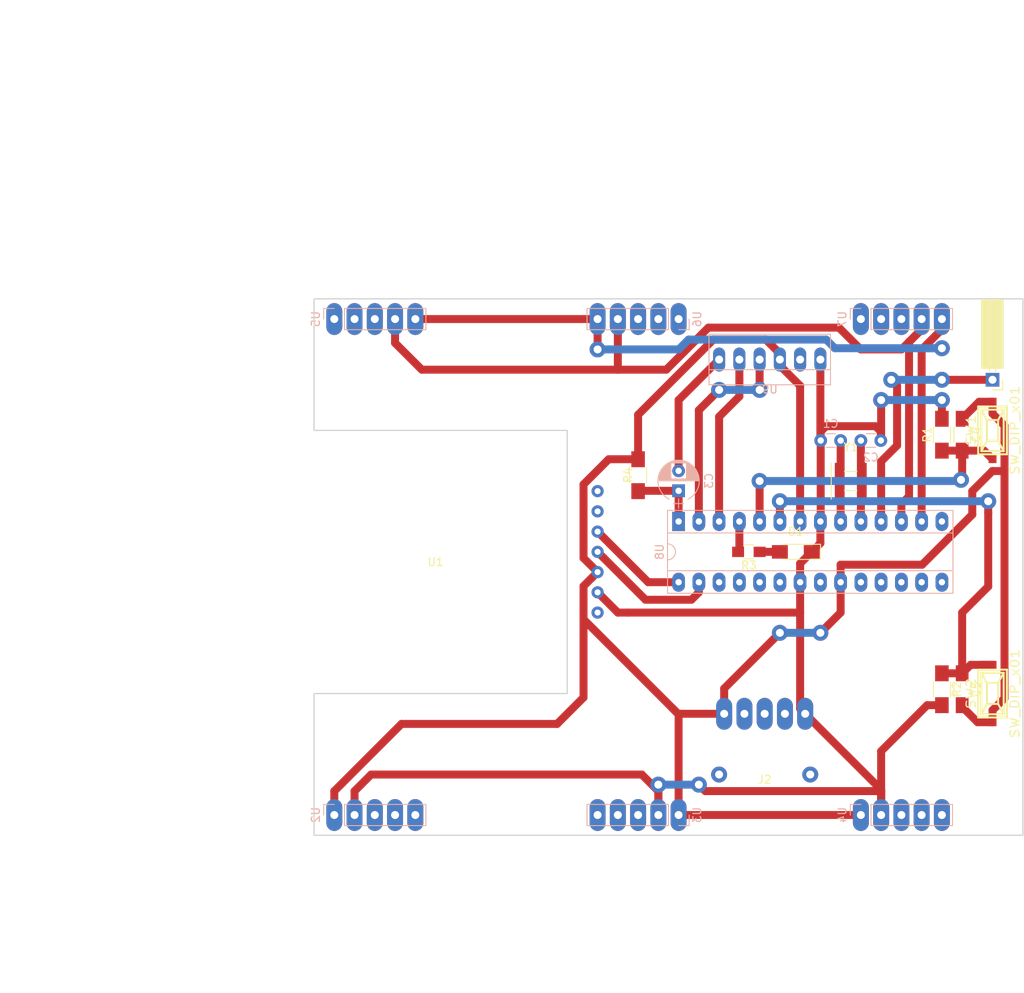
<source format=kicad_pcb>
(kicad_pcb (version 4) (host pcbnew 4.0.6)

  (general
    (links 51)
    (no_connects 1)
    (area 62.000001 13.81 190.97968 139.860001)
    (thickness 1.6)
    (drawings 22)
    (tracks 195)
    (zones 0)
    (modules 24)
    (nets 19)
  )

  (page A4)
  (layers
    (0 F.Cu signal)
    (31 B.Cu signal)
    (32 B.Adhes user)
    (33 F.Adhes user)
    (34 B.Paste user hide)
    (35 F.Paste user hide)
    (36 B.SilkS user hide)
    (37 F.SilkS user)
    (38 B.Mask user)
    (39 F.Mask user hide)
    (40 Dwgs.User user)
    (41 Cmts.User user)
    (42 Eco1.User user)
    (43 Eco2.User user)
    (44 Edge.Cuts user)
    (45 Margin user)
    (46 B.CrtYd user)
    (47 F.CrtYd user)
    (48 B.Fab user)
    (49 F.Fab user)
  )

  (setup
    (last_trace_width 1)
    (user_trace_width 0.2)
    (user_trace_width 0.3)
    (user_trace_width 0.4)
    (user_trace_width 1)
    (user_trace_width 1.2)
    (user_trace_width 1.6)
    (user_trace_width 1.8)
    (trace_clearance 0.5)
    (zone_clearance 0.5)
    (zone_45_only no)
    (trace_min 0.5)
    (segment_width 0.2)
    (edge_width 0.15)
    (via_size 2)
    (via_drill 1)
    (via_min_size 0.4)
    (via_min_drill 0.3)
    (uvia_size 0.3)
    (uvia_drill 0.1)
    (uvias_allowed no)
    (uvia_min_size 0.2)
    (uvia_min_drill 0.1)
    (pcb_text_width 0.3)
    (pcb_text_size 1.5 1.5)
    (mod_edge_width 0.15)
    (mod_text_size 1 1)
    (mod_text_width 0.15)
    (pad_size 2 2)
    (pad_drill 1)
    (pad_to_mask_clearance 0.2)
    (aux_axis_origin 101.6 50.8)
    (visible_elements 7FFFFFFF)
    (pcbplotparams
      (layerselection 0x01800_00000001)
      (usegerberextensions false)
      (excludeedgelayer true)
      (linewidth 0.100000)
      (plotframeref false)
      (viasonmask false)
      (mode 1)
      (useauxorigin true)
      (hpglpennumber 1)
      (hpglpenspeed 20)
      (hpglpendiameter 15)
      (hpglpenoverlay 2)
      (psnegative false)
      (psa4output false)
      (plotreference true)
      (plotvalue true)
      (plotinvisibletext false)
      (padsonsilk false)
      (subtractmaskfromsilk false)
      (outputformat 1)
      (mirror false)
      (drillshape 0)
      (scaleselection 1)
      (outputdirectory gerber))
  )

  (net 0 "")
  (net 1 MAX_IN)
  (net 2 LATCH)
  (net 3 CLK)
  (net 4 SDA)
  (net 5 SCL)
  (net 6 VCC)
  (net 7 GND)
  (net 8 OSC1)
  (net 9 OSC2)
  (net 10 RESET)
  (net 11 SW1)
  (net 12 SW2)
  (net 13 "Net-(D1-Pad2)")
  (net 14 "Net-(J2-Pad6)")
  (net 15 LED)
  (net 16 RX)
  (net 17 TX)
  (net 18 DTR)

  (net_class Default "Dies ist die voreingestellte Netzklasse."
    (clearance 0.5)
    (trace_width 1)
    (via_dia 2)
    (via_drill 1)
    (uvia_dia 0.3)
    (uvia_drill 0.1)
    (add_net CLK)
    (add_net DTR)
    (add_net GND)
    (add_net LATCH)
    (add_net LED)
    (add_net MAX_IN)
    (add_net "Net-(D1-Pad2)")
    (add_net "Net-(J2-Pad6)")
    (add_net OSC1)
    (add_net OSC2)
    (add_net RESET)
    (add_net RX)
    (add_net SCL)
    (add_net SDA)
    (add_net SW1)
    (add_net SW2)
    (add_net TX)
    (add_net VCC)
  )

  (net_class 0,4mm ""
    (clearance 0.1)
    (trace_width 0.4)
    (via_dia 2)
    (via_drill 1)
    (uvia_dia 0.3)
    (uvia_drill 0.1)
  )

  (net_class 1mm ""
    (clearance 0.5)
    (trace_width 1)
    (via_dia 2)
    (via_drill 1)
    (uvia_dia 0.3)
    (uvia_drill 0.1)
  )

  (module Socket_Strips:Socket_Strip_Angled_1x01_Pitch2.54mm (layer F.Cu) (tedit 597DE67D) (tstamp 597C5703)
    (at 186.69 60.96 270)
    (descr "Through hole angled socket strip, 1x01, 2.54mm pitch, 8.51mm socket length, single row")
    (tags "Through hole angled socket strip THT 1x01 2.54mm single row")
    (path /597B8EB0)
    (fp_text reference J1 (at -4.38 -2.27 270) (layer F.SilkS) hide
      (effects (font (size 1 1) (thickness 0.15)))
    )
    (fp_text value CONN_01X01_MALE (at -4.38 2.27 270) (layer F.Fab)
      (effects (font (size 1 1) (thickness 0.15)))
    )
    (fp_line (start -1.52 -1.27) (end -1.52 1.27) (layer F.Fab) (width 0.1))
    (fp_line (start -1.52 1.27) (end -10.03 1.27) (layer F.Fab) (width 0.1))
    (fp_line (start -10.03 1.27) (end -10.03 -1.27) (layer F.Fab) (width 0.1))
    (fp_line (start -10.03 -1.27) (end -1.52 -1.27) (layer F.Fab) (width 0.1))
    (fp_line (start 0 -0.32) (end 0 0.32) (layer F.Fab) (width 0.1))
    (fp_line (start 0 0.32) (end -1.52 0.32) (layer F.Fab) (width 0.1))
    (fp_line (start -1.52 0.32) (end -1.52 -0.32) (layer F.Fab) (width 0.1))
    (fp_line (start -1.52 -0.32) (end 0 -0.32) (layer F.Fab) (width 0.1))
    (fp_line (start -1.46 -1.33) (end -1.46 1.33) (layer F.SilkS) (width 0.12))
    (fp_line (start -1.46 1.33) (end -10.09 1.33) (layer F.SilkS) (width 0.12))
    (fp_line (start -10.09 1.33) (end -10.09 -1.33) (layer F.SilkS) (width 0.12))
    (fp_line (start -10.09 -1.33) (end -1.46 -1.33) (layer F.SilkS) (width 0.12))
    (fp_line (start -1.46 -1.33) (end -1.46 1.27) (layer F.SilkS) (width 0.12))
    (fp_line (start -1.46 1.27) (end -10.09 1.27) (layer F.SilkS) (width 0.12))
    (fp_line (start -10.09 1.27) (end -10.09 -1.33) (layer F.SilkS) (width 0.12))
    (fp_line (start -10.09 -1.33) (end -1.46 -1.33) (layer F.SilkS) (width 0.12))
    (fp_line (start -1.03 -0.38) (end -1.46 -0.38) (layer F.SilkS) (width 0.12))
    (fp_line (start -1.03 0.38) (end -1.46 0.38) (layer F.SilkS) (width 0.12))
    (fp_line (start -1.46 -1.15) (end -10.09 -1.15) (layer F.SilkS) (width 0.12))
    (fp_line (start -1.46 -1.03) (end -10.09 -1.03) (layer F.SilkS) (width 0.12))
    (fp_line (start -1.46 -0.91) (end -10.09 -0.91) (layer F.SilkS) (width 0.12))
    (fp_line (start -1.46 -0.79) (end -10.09 -0.79) (layer F.SilkS) (width 0.12))
    (fp_line (start -1.46 -0.67) (end -10.09 -0.67) (layer F.SilkS) (width 0.12))
    (fp_line (start -1.46 -0.55) (end -10.09 -0.55) (layer F.SilkS) (width 0.12))
    (fp_line (start -1.46 -0.43) (end -10.09 -0.43) (layer F.SilkS) (width 0.12))
    (fp_line (start -1.46 -0.31) (end -10.09 -0.31) (layer F.SilkS) (width 0.12))
    (fp_line (start -1.46 -0.19) (end -10.09 -0.19) (layer F.SilkS) (width 0.12))
    (fp_line (start -1.46 -0.07) (end -10.09 -0.07) (layer F.SilkS) (width 0.12))
    (fp_line (start -1.46 0.05) (end -10.09 0.05) (layer F.SilkS) (width 0.12))
    (fp_line (start -1.46 0.17) (end -10.09 0.17) (layer F.SilkS) (width 0.12))
    (fp_line (start -1.46 0.29) (end -10.09 0.29) (layer F.SilkS) (width 0.12))
    (fp_line (start -1.46 0.41) (end -10.09 0.41) (layer F.SilkS) (width 0.12))
    (fp_line (start -1.46 0.53) (end -10.09 0.53) (layer F.SilkS) (width 0.12))
    (fp_line (start -1.46 0.65) (end -10.09 0.65) (layer F.SilkS) (width 0.12))
    (fp_line (start -1.46 0.77) (end -10.09 0.77) (layer F.SilkS) (width 0.12))
    (fp_line (start -1.46 0.89) (end -10.09 0.89) (layer F.SilkS) (width 0.12))
    (fp_line (start -1.46 1.01) (end -10.09 1.01) (layer F.SilkS) (width 0.12))
    (fp_line (start -1.46 1.13) (end -10.09 1.13) (layer F.SilkS) (width 0.12))
    (fp_line (start -1.46 1.25) (end -10.09 1.25) (layer F.SilkS) (width 0.12))
    (fp_line (start -1.46 1.37) (end -10.09 1.37) (layer F.SilkS) (width 0.12))
    (fp_line (start 0 -1.27) (end 1.27 -1.27) (layer F.SilkS) (width 0.12))
    (fp_line (start 1.27 -1.27) (end 1.27 0) (layer F.SilkS) (width 0.12))
    (fp_line (start 1.8 -1.8) (end 1.8 1.8) (layer F.CrtYd) (width 0.05))
    (fp_line (start 1.8 1.8) (end -10.55 1.8) (layer F.CrtYd) (width 0.05))
    (fp_line (start -10.55 1.8) (end -10.55 -1.8) (layer F.CrtYd) (width 0.05))
    (fp_line (start -10.55 -1.8) (end 1.8 -1.8) (layer F.CrtYd) (width 0.05))
    (fp_text user %R (at -4.38 -2.27 270) (layer F.Fab) hide
      (effects (font (size 1 1) (thickness 0.15)))
    )
    (pad 1 thru_hole rect (at 0 0 270) (size 1.7 1.7) (drill 1) (layers *.Cu *.Mask)
      (net 1 MAX_IN))
    (model ${KISYS3DMOD}/Socket_Strips.3dshapes/Socket_Strip_Angled_1x01_Pitch2.54mm.wrl
      (at (xyz 0 0 0))
      (scale (xyz 1 1 1))
      (rotate (xyz 0 0 270))
    )
  )

  (module Socket_Strips:Socket_Strip_Straight_1x05_Pitch2.54mm (layer B.Cu) (tedit 58CD5446) (tstamp 597C571C)
    (at 104.14 115.57 270)
    (descr "Through hole straight socket strip, 1x05, 2.54mm pitch, single row")
    (tags "Through hole socket strip THT 1x05 2.54mm single row")
    (path /596A2A6D)
    (fp_text reference U2 (at 0 2.33 270) (layer B.SilkS)
      (effects (font (size 1 1) (thickness 0.15)) (justify mirror))
    )
    (fp_text value MAX7219_IN (at 0 -12.49 270) (layer B.Fab)
      (effects (font (size 1 1) (thickness 0.15)) (justify mirror))
    )
    (fp_line (start -1.27 1.27) (end -1.27 -11.43) (layer B.Fab) (width 0.1))
    (fp_line (start -1.27 -11.43) (end 1.27 -11.43) (layer B.Fab) (width 0.1))
    (fp_line (start 1.27 -11.43) (end 1.27 1.27) (layer B.Fab) (width 0.1))
    (fp_line (start 1.27 1.27) (end -1.27 1.27) (layer B.Fab) (width 0.1))
    (fp_line (start -1.33 -1.27) (end -1.33 -11.49) (layer B.SilkS) (width 0.12))
    (fp_line (start -1.33 -11.49) (end 1.33 -11.49) (layer B.SilkS) (width 0.12))
    (fp_line (start 1.33 -11.49) (end 1.33 -1.27) (layer B.SilkS) (width 0.12))
    (fp_line (start 1.33 -1.27) (end -1.33 -1.27) (layer B.SilkS) (width 0.12))
    (fp_line (start -1.33 0) (end -1.33 1.33) (layer B.SilkS) (width 0.12))
    (fp_line (start -1.33 1.33) (end 0 1.33) (layer B.SilkS) (width 0.12))
    (fp_line (start -1.8 1.8) (end -1.8 -11.95) (layer B.CrtYd) (width 0.05))
    (fp_line (start -1.8 -11.95) (end 1.8 -11.95) (layer B.CrtYd) (width 0.05))
    (fp_line (start 1.8 -11.95) (end 1.8 1.8) (layer B.CrtYd) (width 0.05))
    (fp_line (start 1.8 1.8) (end -1.8 1.8) (layer B.CrtYd) (width 0.05))
    (fp_text user %R (at 0 2.33 270) (layer B.Fab)
      (effects (font (size 1 1) (thickness 0.15)) (justify mirror))
    )
    (pad 1 thru_hole oval (at 0 0 270) (size 4 2) (drill 1) (layers *.Cu *.Mask)
      (net 6 VCC))
    (pad 2 thru_hole oval (at 0 -2.54 270) (size 4 2) (drill 1) (layers *.Cu *.Mask)
      (net 7 GND))
    (pad 3 thru_hole oval (at 0 -5.08 270) (size 4 2) (drill 1) (layers *.Cu *.Mask))
    (pad 4 thru_hole oval (at 0 -7.62 270) (size 4 2) (drill 1) (layers *.Cu *.Mask))
    (pad 5 thru_hole oval (at 0 -10.16 270) (size 4 2) (drill 1) (layers *.Cu *.Mask))
    (model ${KISYS3DMOD}/Socket_Strips.3dshapes/Socket_Strip_Straight_1x05_Pitch2.54mm.wrl
      (at (xyz 0 -0.2 0))
      (scale (xyz 1 1 1))
      (rotate (xyz 0 0 270))
    )
  )

  (module Socket_Strips:Socket_Strip_Straight_1x05_Pitch2.54mm (layer B.Cu) (tedit 58CD5446) (tstamp 597C5725)
    (at 147.32 115.57 90)
    (descr "Through hole straight socket strip, 1x05, 2.54mm pitch, single row")
    (tags "Through hole socket strip THT 1x05 2.54mm single row")
    (path /597B8DED)
    (fp_text reference U3 (at 0 2.33 90) (layer B.SilkS)
      (effects (font (size 1 1) (thickness 0.15)) (justify mirror))
    )
    (fp_text value MAX7219_IN (at 0 -12.49 90) (layer B.Fab)
      (effects (font (size 1 1) (thickness 0.15)) (justify mirror))
    )
    (fp_line (start -1.27 1.27) (end -1.27 -11.43) (layer B.Fab) (width 0.1))
    (fp_line (start -1.27 -11.43) (end 1.27 -11.43) (layer B.Fab) (width 0.1))
    (fp_line (start 1.27 -11.43) (end 1.27 1.27) (layer B.Fab) (width 0.1))
    (fp_line (start 1.27 1.27) (end -1.27 1.27) (layer B.Fab) (width 0.1))
    (fp_line (start -1.33 -1.27) (end -1.33 -11.49) (layer B.SilkS) (width 0.12))
    (fp_line (start -1.33 -11.49) (end 1.33 -11.49) (layer B.SilkS) (width 0.12))
    (fp_line (start 1.33 -11.49) (end 1.33 -1.27) (layer B.SilkS) (width 0.12))
    (fp_line (start 1.33 -1.27) (end -1.33 -1.27) (layer B.SilkS) (width 0.12))
    (fp_line (start -1.33 0) (end -1.33 1.33) (layer B.SilkS) (width 0.12))
    (fp_line (start -1.33 1.33) (end 0 1.33) (layer B.SilkS) (width 0.12))
    (fp_line (start -1.8 1.8) (end -1.8 -11.95) (layer B.CrtYd) (width 0.05))
    (fp_line (start -1.8 -11.95) (end 1.8 -11.95) (layer B.CrtYd) (width 0.05))
    (fp_line (start 1.8 -11.95) (end 1.8 1.8) (layer B.CrtYd) (width 0.05))
    (fp_line (start 1.8 1.8) (end -1.8 1.8) (layer B.CrtYd) (width 0.05))
    (fp_text user %R (at 0 2.33 90) (layer B.Fab)
      (effects (font (size 1 1) (thickness 0.15)) (justify mirror))
    )
    (pad 1 thru_hole oval (at 0 0 90) (size 4 2) (drill 1) (layers *.Cu *.Mask)
      (net 6 VCC))
    (pad 2 thru_hole oval (at 0 -2.54 90) (size 4 2) (drill 1) (layers *.Cu *.Mask)
      (net 7 GND))
    (pad 3 thru_hole oval (at 0 -5.08 90) (size 4 2) (drill 1) (layers *.Cu *.Mask))
    (pad 4 thru_hole oval (at 0 -7.62 90) (size 4 2) (drill 1) (layers *.Cu *.Mask))
    (pad 5 thru_hole oval (at 0 -10.16 90) (size 4 2) (drill 1) (layers *.Cu *.Mask))
    (model ${KISYS3DMOD}/Socket_Strips.3dshapes/Socket_Strip_Straight_1x05_Pitch2.54mm.wrl
      (at (xyz 0 -0.2 0))
      (scale (xyz 1 1 1))
      (rotate (xyz 0 0 270))
    )
  )

  (module Socket_Strips:Socket_Strip_Straight_1x05_Pitch2.54mm (layer B.Cu) (tedit 58CD5446) (tstamp 597C572E)
    (at 170.18 115.57 270)
    (descr "Through hole straight socket strip, 1x05, 2.54mm pitch, single row")
    (tags "Through hole socket strip THT 1x05 2.54mm single row")
    (path /597B8E78)
    (fp_text reference U4 (at 0 2.33 270) (layer B.SilkS)
      (effects (font (size 1 1) (thickness 0.15)) (justify mirror))
    )
    (fp_text value MAX7219_IN (at 0 -12.49 270) (layer B.Fab)
      (effects (font (size 1 1) (thickness 0.15)) (justify mirror))
    )
    (fp_line (start -1.27 1.27) (end -1.27 -11.43) (layer B.Fab) (width 0.1))
    (fp_line (start -1.27 -11.43) (end 1.27 -11.43) (layer B.Fab) (width 0.1))
    (fp_line (start 1.27 -11.43) (end 1.27 1.27) (layer B.Fab) (width 0.1))
    (fp_line (start 1.27 1.27) (end -1.27 1.27) (layer B.Fab) (width 0.1))
    (fp_line (start -1.33 -1.27) (end -1.33 -11.49) (layer B.SilkS) (width 0.12))
    (fp_line (start -1.33 -11.49) (end 1.33 -11.49) (layer B.SilkS) (width 0.12))
    (fp_line (start 1.33 -11.49) (end 1.33 -1.27) (layer B.SilkS) (width 0.12))
    (fp_line (start 1.33 -1.27) (end -1.33 -1.27) (layer B.SilkS) (width 0.12))
    (fp_line (start -1.33 0) (end -1.33 1.33) (layer B.SilkS) (width 0.12))
    (fp_line (start -1.33 1.33) (end 0 1.33) (layer B.SilkS) (width 0.12))
    (fp_line (start -1.8 1.8) (end -1.8 -11.95) (layer B.CrtYd) (width 0.05))
    (fp_line (start -1.8 -11.95) (end 1.8 -11.95) (layer B.CrtYd) (width 0.05))
    (fp_line (start 1.8 -11.95) (end 1.8 1.8) (layer B.CrtYd) (width 0.05))
    (fp_line (start 1.8 1.8) (end -1.8 1.8) (layer B.CrtYd) (width 0.05))
    (fp_text user %R (at 0 2.33 270) (layer B.Fab)
      (effects (font (size 1 1) (thickness 0.15)) (justify mirror))
    )
    (pad 1 thru_hole oval (at 0 0 270) (size 4 2) (drill 1) (layers *.Cu *.Mask)
      (net 6 VCC))
    (pad 2 thru_hole oval (at 0 -2.54 270) (size 4 2) (drill 1) (layers *.Cu *.Mask)
      (net 7 GND))
    (pad 3 thru_hole oval (at 0 -5.08 270) (size 4 2) (drill 1) (layers *.Cu *.Mask))
    (pad 4 thru_hole oval (at 0 -7.62 270) (size 4 2) (drill 1) (layers *.Cu *.Mask))
    (pad 5 thru_hole oval (at 0 -10.16 270) (size 4 2) (drill 1) (layers *.Cu *.Mask))
    (model ${KISYS3DMOD}/Socket_Strips.3dshapes/Socket_Strip_Straight_1x05_Pitch2.54mm.wrl
      (at (xyz 0 -0.2 0))
      (scale (xyz 1 1 1))
      (rotate (xyz 0 0 270))
    )
  )

  (module Socket_Strips:Socket_Strip_Straight_1x05_Pitch2.54mm (layer B.Cu) (tedit 597C7995) (tstamp 597C5737)
    (at 104.14 53.34 270)
    (descr "Through hole straight socket strip, 1x05, 2.54mm pitch, single row")
    (tags "Through hole socket strip THT 1x05 2.54mm single row")
    (path /597B8E8D)
    (fp_text reference U5 (at 0 2.33 270) (layer B.SilkS)
      (effects (font (size 1 1) (thickness 0.15)) (justify mirror))
    )
    (fp_text value MAX7219_IN (at 0 -12.49 270) (layer B.Fab)
      (effects (font (size 1 1) (thickness 0.15)) (justify mirror))
    )
    (fp_line (start -1.27 1.27) (end -1.27 -11.43) (layer B.Fab) (width 0.1))
    (fp_line (start -1.27 -11.43) (end 1.27 -11.43) (layer B.Fab) (width 0.1))
    (fp_line (start 1.27 -11.43) (end 1.27 1.27) (layer B.Fab) (width 0.1))
    (fp_line (start 1.27 1.27) (end -1.27 1.27) (layer B.Fab) (width 0.1))
    (fp_line (start -1.33 -1.27) (end -1.33 -11.49) (layer B.SilkS) (width 0.12))
    (fp_line (start -1.33 -11.49) (end 1.33 -11.49) (layer B.SilkS) (width 0.12))
    (fp_line (start 1.33 -11.49) (end 1.33 -1.27) (layer B.SilkS) (width 0.12))
    (fp_line (start 1.33 -1.27) (end -1.33 -1.27) (layer B.SilkS) (width 0.12))
    (fp_line (start -1.33 0) (end -1.33 1.33) (layer B.SilkS) (width 0.12))
    (fp_line (start -1.33 1.33) (end 0 1.33) (layer B.SilkS) (width 0.12))
    (fp_line (start -1.8 1.8) (end -1.8 -11.95) (layer B.CrtYd) (width 0.05))
    (fp_line (start -1.8 -11.95) (end 1.8 -11.95) (layer B.CrtYd) (width 0.05))
    (fp_line (start 1.8 -11.95) (end 1.8 1.8) (layer B.CrtYd) (width 0.05))
    (fp_line (start 1.8 1.8) (end -1.8 1.8) (layer B.CrtYd) (width 0.05))
    (fp_text user %R (at 0 2.33 270) (layer B.Fab)
      (effects (font (size 1 1) (thickness 0.15)) (justify mirror))
    )
    (pad 1 thru_hole oval (at 0 0 270) (size 4 2) (drill 1) (layers *.Cu *.Mask))
    (pad 2 thru_hole oval (at 0 -2.54 270) (size 4 2) (drill 1) (layers *.Cu *.Mask))
    (pad 3 thru_hole oval (at 0 -5.08 270) (size 4 2) (drill 1) (layers *.Cu *.Mask))
    (pad 4 thru_hole oval (at 0 -7.62 270) (size 4 2) (drill 1) (layers *.Cu *.Mask)
      (net 2 LATCH))
    (pad 5 thru_hole oval (at 0 -10.16 270) (size 4 2) (drill 1) (layers *.Cu *.Mask)
      (net 3 CLK))
    (model ${KISYS3DMOD}/Socket_Strips.3dshapes/Socket_Strip_Straight_1x05_Pitch2.54mm.wrl
      (at (xyz 0 -0.2 0))
      (scale (xyz 1 1 1))
      (rotate (xyz 0 0 270))
    )
  )

  (module Socket_Strips:Socket_Strip_Straight_1x05_Pitch2.54mm (layer B.Cu) (tedit 58CD5446) (tstamp 597C607C)
    (at 147.32 53.34 90)
    (descr "Through hole straight socket strip, 1x05, 2.54mm pitch, single row")
    (tags "Through hole socket strip THT 1x05 2.54mm single row")
    (path /597C60B3)
    (fp_text reference U6 (at 0 2.33 90) (layer B.SilkS)
      (effects (font (size 1 1) (thickness 0.15)) (justify mirror))
    )
    (fp_text value MAX7219_IN (at 0 -12.49 90) (layer B.Fab)
      (effects (font (size 1 1) (thickness 0.15)) (justify mirror))
    )
    (fp_line (start -1.27 1.27) (end -1.27 -11.43) (layer B.Fab) (width 0.1))
    (fp_line (start -1.27 -11.43) (end 1.27 -11.43) (layer B.Fab) (width 0.1))
    (fp_line (start 1.27 -11.43) (end 1.27 1.27) (layer B.Fab) (width 0.1))
    (fp_line (start 1.27 1.27) (end -1.27 1.27) (layer B.Fab) (width 0.1))
    (fp_line (start -1.33 -1.27) (end -1.33 -11.49) (layer B.SilkS) (width 0.12))
    (fp_line (start -1.33 -11.49) (end 1.33 -11.49) (layer B.SilkS) (width 0.12))
    (fp_line (start 1.33 -11.49) (end 1.33 -1.27) (layer B.SilkS) (width 0.12))
    (fp_line (start 1.33 -1.27) (end -1.33 -1.27) (layer B.SilkS) (width 0.12))
    (fp_line (start -1.33 0) (end -1.33 1.33) (layer B.SilkS) (width 0.12))
    (fp_line (start -1.33 1.33) (end 0 1.33) (layer B.SilkS) (width 0.12))
    (fp_line (start -1.8 1.8) (end -1.8 -11.95) (layer B.CrtYd) (width 0.05))
    (fp_line (start -1.8 -11.95) (end 1.8 -11.95) (layer B.CrtYd) (width 0.05))
    (fp_line (start 1.8 -11.95) (end 1.8 1.8) (layer B.CrtYd) (width 0.05))
    (fp_line (start 1.8 1.8) (end -1.8 1.8) (layer B.CrtYd) (width 0.05))
    (fp_text user %R (at 0 2.33 90) (layer B.Fab)
      (effects (font (size 1 1) (thickness 0.15)) (justify mirror))
    )
    (pad 1 thru_hole oval (at 0 0 90) (size 4 2) (drill 1) (layers *.Cu *.Mask))
    (pad 2 thru_hole oval (at 0 -2.54 90) (size 4 2) (drill 1) (layers *.Cu *.Mask))
    (pad 3 thru_hole oval (at 0 -5.08 90) (size 4 2) (drill 1) (layers *.Cu *.Mask))
    (pad 4 thru_hole oval (at 0 -7.62 90) (size 4 2) (drill 1) (layers *.Cu *.Mask)
      (net 2 LATCH))
    (pad 5 thru_hole oval (at 0 -10.16 90) (size 4 2) (drill 1) (layers *.Cu *.Mask)
      (net 3 CLK))
    (model ${KISYS3DMOD}/Socket_Strips.3dshapes/Socket_Strip_Straight_1x05_Pitch2.54mm.wrl
      (at (xyz 0 -0.2 0))
      (scale (xyz 1 1 1))
      (rotate (xyz 0 0 270))
    )
  )

  (module Socket_Strips:Socket_Strip_Straight_1x05_Pitch2.54mm (layer B.Cu) (tedit 58CD5446) (tstamp 597C6085)
    (at 170.18 53.34 270)
    (descr "Through hole straight socket strip, 1x05, 2.54mm pitch, single row")
    (tags "Through hole socket strip THT 1x05 2.54mm single row")
    (path /597C60C8)
    (fp_text reference U7 (at 0 2.33 270) (layer B.SilkS)
      (effects (font (size 1 1) (thickness 0.15)) (justify mirror))
    )
    (fp_text value MAX7219_IN (at 0 -12.49 270) (layer B.Fab)
      (effects (font (size 1 1) (thickness 0.15)) (justify mirror))
    )
    (fp_line (start -1.27 1.27) (end -1.27 -11.43) (layer B.Fab) (width 0.1))
    (fp_line (start -1.27 -11.43) (end 1.27 -11.43) (layer B.Fab) (width 0.1))
    (fp_line (start 1.27 -11.43) (end 1.27 1.27) (layer B.Fab) (width 0.1))
    (fp_line (start 1.27 1.27) (end -1.27 1.27) (layer B.Fab) (width 0.1))
    (fp_line (start -1.33 -1.27) (end -1.33 -11.49) (layer B.SilkS) (width 0.12))
    (fp_line (start -1.33 -11.49) (end 1.33 -11.49) (layer B.SilkS) (width 0.12))
    (fp_line (start 1.33 -11.49) (end 1.33 -1.27) (layer B.SilkS) (width 0.12))
    (fp_line (start 1.33 -1.27) (end -1.33 -1.27) (layer B.SilkS) (width 0.12))
    (fp_line (start -1.33 0) (end -1.33 1.33) (layer B.SilkS) (width 0.12))
    (fp_line (start -1.33 1.33) (end 0 1.33) (layer B.SilkS) (width 0.12))
    (fp_line (start -1.8 1.8) (end -1.8 -11.95) (layer B.CrtYd) (width 0.05))
    (fp_line (start -1.8 -11.95) (end 1.8 -11.95) (layer B.CrtYd) (width 0.05))
    (fp_line (start 1.8 -11.95) (end 1.8 1.8) (layer B.CrtYd) (width 0.05))
    (fp_line (start 1.8 1.8) (end -1.8 1.8) (layer B.CrtYd) (width 0.05))
    (fp_text user %R (at 0 2.33 270) (layer B.Fab)
      (effects (font (size 1 1) (thickness 0.15)) (justify mirror))
    )
    (pad 1 thru_hole oval (at 0 0 270) (size 4 2) (drill 1) (layers *.Cu *.Mask))
    (pad 2 thru_hole oval (at 0 -2.54 270) (size 4 2) (drill 1) (layers *.Cu *.Mask))
    (pad 3 thru_hole oval (at 0 -5.08 270) (size 4 2) (drill 1) (layers *.Cu *.Mask))
    (pad 4 thru_hole oval (at 0 -7.62 270) (size 4 2) (drill 1) (layers *.Cu *.Mask)
      (net 2 LATCH))
    (pad 5 thru_hole oval (at 0 -10.16 270) (size 4 2) (drill 1) (layers *.Cu *.Mask)
      (net 3 CLK))
    (model ${KISYS3DMOD}/Socket_Strips.3dshapes/Socket_Strip_Straight_1x05_Pitch2.54mm.wrl
      (at (xyz 0 -0.2 0))
      (scale (xyz 1 1 1))
      (rotate (xyz 0 0 270))
    )
  )

  (module Capacitors_THT:C_Disc_D3.0mm_W1.6mm_P2.50mm (layer B.Cu) (tedit 597BC7C2) (tstamp 598F1986)
    (at 167.64 68.58 180)
    (descr "C, Disc series, Radial, pin pitch=2.50mm, , diameter*width=3.0*1.6mm^2, Capacitor, http://www.vishay.com/docs/45233/krseries.pdf")
    (tags "C Disc series Radial pin pitch 2.50mm  diameter 3.0mm width 1.6mm Capacitor")
    (path /598E090A)
    (fp_text reference C1 (at 1.25 2.11 180) (layer B.SilkS)
      (effects (font (size 1 1) (thickness 0.15)) (justify mirror))
    )
    (fp_text value 22pF (at 1.25 -2.11 180) (layer B.Fab)
      (effects (font (size 1 1) (thickness 0.15)) (justify mirror))
    )
    (fp_line (start -0.25 0.8) (end -0.25 -0.8) (layer B.Fab) (width 0.1))
    (fp_line (start -0.25 -0.8) (end 2.75 -0.8) (layer B.Fab) (width 0.1))
    (fp_line (start 2.75 -0.8) (end 2.75 0.8) (layer B.Fab) (width 0.1))
    (fp_line (start 2.75 0.8) (end -0.25 0.8) (layer B.Fab) (width 0.1))
    (fp_line (start 0.663 0.861) (end 1.837 0.861) (layer B.SilkS) (width 0.12))
    (fp_line (start 0.663 -0.861) (end 1.837 -0.861) (layer B.SilkS) (width 0.12))
    (fp_line (start -1.05 1.15) (end -1.05 -1.15) (layer B.CrtYd) (width 0.05))
    (fp_line (start -1.05 -1.15) (end 3.55 -1.15) (layer B.CrtYd) (width 0.05))
    (fp_line (start 3.55 -1.15) (end 3.55 1.15) (layer B.CrtYd) (width 0.05))
    (fp_line (start 3.55 1.15) (end -1.05 1.15) (layer B.CrtYd) (width 0.05))
    (fp_text user %R (at 1.25 0 180) (layer B.Fab)
      (effects (font (size 1 1) (thickness 0.15)) (justify mirror))
    )
    (pad 1 thru_hole circle (at 0 0 180) (size 1.6 1.6) (drill 0.8) (layers *.Cu *.Mask)
      (net 8 OSC1))
    (pad 2 thru_hole circle (at 2.5 0 180) (size 1.6 1.6) (drill 0.8) (layers *.Cu *.Mask)
      (net 7 GND))
    (model ${KISYS3DMOD}/Capacitors_THT.3dshapes/C_Disc_D3.0mm_W1.6mm_P2.50mm.wrl
      (at (xyz 0 0 0))
      (scale (xyz 0.4 0.4 0.4))
      (rotate (xyz 0 0 0))
    )
  )

  (module Capacitors_THT:C_Disc_D3.0mm_W1.6mm_P2.50mm (layer B.Cu) (tedit 597BC7C2) (tstamp 598F198C)
    (at 170.18 68.58)
    (descr "C, Disc series, Radial, pin pitch=2.50mm, , diameter*width=3.0*1.6mm^2, Capacitor, http://www.vishay.com/docs/45233/krseries.pdf")
    (tags "C Disc series Radial pin pitch 2.50mm  diameter 3.0mm width 1.6mm Capacitor")
    (path /598E0A25)
    (fp_text reference C2 (at 1.25 2.11) (layer B.SilkS)
      (effects (font (size 1 1) (thickness 0.15)) (justify mirror))
    )
    (fp_text value 22pF (at 1.25 -2.11) (layer B.Fab)
      (effects (font (size 1 1) (thickness 0.15)) (justify mirror))
    )
    (fp_line (start -0.25 0.8) (end -0.25 -0.8) (layer B.Fab) (width 0.1))
    (fp_line (start -0.25 -0.8) (end 2.75 -0.8) (layer B.Fab) (width 0.1))
    (fp_line (start 2.75 -0.8) (end 2.75 0.8) (layer B.Fab) (width 0.1))
    (fp_line (start 2.75 0.8) (end -0.25 0.8) (layer B.Fab) (width 0.1))
    (fp_line (start 0.663 0.861) (end 1.837 0.861) (layer B.SilkS) (width 0.12))
    (fp_line (start 0.663 -0.861) (end 1.837 -0.861) (layer B.SilkS) (width 0.12))
    (fp_line (start -1.05 1.15) (end -1.05 -1.15) (layer B.CrtYd) (width 0.05))
    (fp_line (start -1.05 -1.15) (end 3.55 -1.15) (layer B.CrtYd) (width 0.05))
    (fp_line (start 3.55 -1.15) (end 3.55 1.15) (layer B.CrtYd) (width 0.05))
    (fp_line (start 3.55 1.15) (end -1.05 1.15) (layer B.CrtYd) (width 0.05))
    (fp_text user %R (at 1.25 0) (layer B.Fab)
      (effects (font (size 1 1) (thickness 0.15)) (justify mirror))
    )
    (pad 1 thru_hole circle (at 0 0) (size 1.6 1.6) (drill 0.8) (layers *.Cu *.Mask)
      (net 9 OSC2))
    (pad 2 thru_hole circle (at 2.5 0) (size 1.6 1.6) (drill 0.8) (layers *.Cu *.Mask)
      (net 7 GND))
    (model ${KISYS3DMOD}/Capacitors_THT.3dshapes/C_Disc_D3.0mm_W1.6mm_P2.50mm.wrl
      (at (xyz 0 0 0))
      (scale (xyz 0.4 0.4 0.4))
      (rotate (xyz 0 0 0))
    )
  )

  (module Capacitors_SMD:C_1206_HandSoldering (layer F.Cu) (tedit 58AA84D1) (tstamp 598F1998)
    (at 182.88 67.85 270)
    (descr "Capacitor SMD 1206, hand soldering")
    (tags "capacitor 1206")
    (path /598F6208)
    (attr smd)
    (fp_text reference C4 (at 0 -1.75 270) (layer F.SilkS)
      (effects (font (size 1 1) (thickness 0.15)))
    )
    (fp_text value 100nF (at 0 2 270) (layer F.Fab)
      (effects (font (size 1 1) (thickness 0.15)))
    )
    (fp_text user %R (at 0 -1.75 270) (layer F.Fab)
      (effects (font (size 1 1) (thickness 0.15)))
    )
    (fp_line (start -1.6 0.8) (end -1.6 -0.8) (layer F.Fab) (width 0.1))
    (fp_line (start 1.6 0.8) (end -1.6 0.8) (layer F.Fab) (width 0.1))
    (fp_line (start 1.6 -0.8) (end 1.6 0.8) (layer F.Fab) (width 0.1))
    (fp_line (start -1.6 -0.8) (end 1.6 -0.8) (layer F.Fab) (width 0.1))
    (fp_line (start 1 -1.02) (end -1 -1.02) (layer F.SilkS) (width 0.12))
    (fp_line (start -1 1.02) (end 1 1.02) (layer F.SilkS) (width 0.12))
    (fp_line (start -3.25 -1.05) (end 3.25 -1.05) (layer F.CrtYd) (width 0.05))
    (fp_line (start -3.25 -1.05) (end -3.25 1.05) (layer F.CrtYd) (width 0.05))
    (fp_line (start 3.25 1.05) (end 3.25 -1.05) (layer F.CrtYd) (width 0.05))
    (fp_line (start 3.25 1.05) (end -3.25 1.05) (layer F.CrtYd) (width 0.05))
    (pad 1 smd rect (at -2 0 270) (size 2 1.6) (layers F.Cu F.Paste F.Mask)
      (net 6 VCC))
    (pad 2 smd rect (at 2 0 270) (size 2 1.6) (layers F.Cu F.Paste F.Mask)
      (net 11 SW1))
    (model Capacitors_SMD.3dshapes/C_1206.wrl
      (at (xyz 0 0 0))
      (scale (xyz 1 1 1))
      (rotate (xyz 0 0 0))
    )
  )

  (module Capacitors_SMD:C_1206_HandSoldering (layer F.Cu) (tedit 58AA84D1) (tstamp 598F199E)
    (at 182.88 99.79 270)
    (descr "Capacitor SMD 1206, hand soldering")
    (tags "capacitor 1206")
    (path /598F6A52)
    (attr smd)
    (fp_text reference C5 (at 0 -1.75 270) (layer F.SilkS)
      (effects (font (size 1 1) (thickness 0.15)))
    )
    (fp_text value 100nF (at 0 2 270) (layer F.Fab)
      (effects (font (size 1 1) (thickness 0.15)))
    )
    (fp_text user %R (at 0 -1.75 270) (layer F.Fab)
      (effects (font (size 1 1) (thickness 0.15)))
    )
    (fp_line (start -1.6 0.8) (end -1.6 -0.8) (layer F.Fab) (width 0.1))
    (fp_line (start 1.6 0.8) (end -1.6 0.8) (layer F.Fab) (width 0.1))
    (fp_line (start 1.6 -0.8) (end 1.6 0.8) (layer F.Fab) (width 0.1))
    (fp_line (start -1.6 -0.8) (end 1.6 -0.8) (layer F.Fab) (width 0.1))
    (fp_line (start 1 -1.02) (end -1 -1.02) (layer F.SilkS) (width 0.12))
    (fp_line (start -1 1.02) (end 1 1.02) (layer F.SilkS) (width 0.12))
    (fp_line (start -3.25 -1.05) (end 3.25 -1.05) (layer F.CrtYd) (width 0.05))
    (fp_line (start -3.25 -1.05) (end -3.25 1.05) (layer F.CrtYd) (width 0.05))
    (fp_line (start 3.25 1.05) (end 3.25 -1.05) (layer F.CrtYd) (width 0.05))
    (fp_line (start 3.25 1.05) (end -3.25 1.05) (layer F.CrtYd) (width 0.05))
    (pad 1 smd rect (at -2 0 270) (size 2 1.6) (layers F.Cu F.Paste F.Mask)
      (net 12 SW2))
    (pad 2 smd rect (at 2 0 270) (size 2 1.6) (layers F.Cu F.Paste F.Mask)
      (net 6 VCC))
    (model Capacitors_SMD.3dshapes/C_1206.wrl
      (at (xyz 0 0 0))
      (scale (xyz 1 1 1))
      (rotate (xyz 0 0 0))
    )
  )

  (module LEDs:LED_1206_HandSoldering (layer F.Cu) (tedit 595FC724) (tstamp 598F19A4)
    (at 162.02 82.55 180)
    (descr "LED SMD 1206, hand soldering")
    (tags "LED 1206")
    (path /598F0345)
    (attr smd)
    (fp_text reference D1 (at 0 2.54 180) (layer F.SilkS)
      (effects (font (size 1 1) (thickness 0.15)))
    )
    (fp_text value LED (at 0 1.9 180) (layer F.Fab)
      (effects (font (size 1 1) (thickness 0.15)))
    )
    (fp_line (start -3.1 -0.95) (end -3.1 0.95) (layer F.SilkS) (width 0.12))
    (fp_line (start -0.4 0) (end 0.2 -0.4) (layer F.Fab) (width 0.1))
    (fp_line (start 0.2 -0.4) (end 0.2 0.4) (layer F.Fab) (width 0.1))
    (fp_line (start 0.2 0.4) (end -0.4 0) (layer F.Fab) (width 0.1))
    (fp_line (start -0.45 -0.4) (end -0.45 0.4) (layer F.Fab) (width 0.1))
    (fp_line (start -1.6 0.8) (end -1.6 -0.8) (layer F.Fab) (width 0.1))
    (fp_line (start 1.6 0.8) (end -1.6 0.8) (layer F.Fab) (width 0.1))
    (fp_line (start 1.6 -0.8) (end 1.6 0.8) (layer F.Fab) (width 0.1))
    (fp_line (start -1.6 -0.8) (end 1.6 -0.8) (layer F.Fab) (width 0.1))
    (fp_line (start -3.1 0.95) (end 1.6 0.95) (layer F.SilkS) (width 0.12))
    (fp_line (start -3.1 -0.95) (end 1.6 -0.95) (layer F.SilkS) (width 0.12))
    (fp_line (start -3.25 -1.11) (end 3.25 -1.11) (layer F.CrtYd) (width 0.05))
    (fp_line (start -3.25 -1.11) (end -3.25 1.1) (layer F.CrtYd) (width 0.05))
    (fp_line (start 3.25 1.1) (end 3.25 -1.11) (layer F.CrtYd) (width 0.05))
    (fp_line (start 3.25 1.1) (end -3.25 1.1) (layer F.CrtYd) (width 0.05))
    (pad 1 smd rect (at -2 0 180) (size 2 1.7) (layers F.Cu F.Paste F.Mask)
      (net 7 GND))
    (pad 2 smd rect (at 2 0 180) (size 2 1.7) (layers F.Cu F.Paste F.Mask)
      (net 13 "Net-(D1-Pad2)"))
    (model ${KISYS3DMOD}/LEDs.3dshapes/LED_1206.wrl
      (at (xyz 0 0 0))
      (scale (xyz 1 1 1))
      (rotate (xyz 0 0 180))
    )
  )

  (module Resistors_SMD:R_1206_HandSoldering (layer F.Cu) (tedit 58E0A804) (tstamp 598F19B9)
    (at 180.34 67.85 90)
    (descr "Resistor SMD 1206, hand soldering")
    (tags "resistor 1206")
    (path /598F638D)
    (attr smd)
    (fp_text reference R1 (at 0 -1.85 90) (layer F.SilkS)
      (effects (font (size 1 1) (thickness 0.15)))
    )
    (fp_text value 10k (at 0 1.9 90) (layer F.Fab)
      (effects (font (size 1 1) (thickness 0.15)))
    )
    (fp_text user %R (at 0 0 90) (layer F.Fab)
      (effects (font (size 0.7 0.7) (thickness 0.105)))
    )
    (fp_line (start -1.6 0.8) (end -1.6 -0.8) (layer F.Fab) (width 0.1))
    (fp_line (start 1.6 0.8) (end -1.6 0.8) (layer F.Fab) (width 0.1))
    (fp_line (start 1.6 -0.8) (end 1.6 0.8) (layer F.Fab) (width 0.1))
    (fp_line (start -1.6 -0.8) (end 1.6 -0.8) (layer F.Fab) (width 0.1))
    (fp_line (start 1 1.07) (end -1 1.07) (layer F.SilkS) (width 0.12))
    (fp_line (start -1 -1.07) (end 1 -1.07) (layer F.SilkS) (width 0.12))
    (fp_line (start -3.25 -1.11) (end 3.25 -1.11) (layer F.CrtYd) (width 0.05))
    (fp_line (start -3.25 -1.11) (end -3.25 1.1) (layer F.CrtYd) (width 0.05))
    (fp_line (start 3.25 1.1) (end 3.25 -1.11) (layer F.CrtYd) (width 0.05))
    (fp_line (start 3.25 1.1) (end -3.25 1.1) (layer F.CrtYd) (width 0.05))
    (pad 1 smd rect (at -2 0 90) (size 2 1.7) (layers F.Cu F.Paste F.Mask)
      (net 11 SW1))
    (pad 2 smd rect (at 2 0 90) (size 2 1.7) (layers F.Cu F.Paste F.Mask)
      (net 7 GND))
    (model ${KISYS3DMOD}/Resistors_SMD.3dshapes/R_1206.wrl
      (at (xyz 0 0 0))
      (scale (xyz 1 1 1))
      (rotate (xyz 0 0 0))
    )
  )

  (module Resistors_SMD:R_1206_HandSoldering (layer F.Cu) (tedit 58E0A804) (tstamp 598F19BF)
    (at 180.34 99.79 270)
    (descr "Resistor SMD 1206, hand soldering")
    (tags "resistor 1206")
    (path /598F6A5C)
    (attr smd)
    (fp_text reference R2 (at 0 -1.85 270) (layer F.SilkS)
      (effects (font (size 1 1) (thickness 0.15)))
    )
    (fp_text value 10k (at 0 1.9 270) (layer F.Fab)
      (effects (font (size 1 1) (thickness 0.15)))
    )
    (fp_text user %R (at 0 0 270) (layer F.Fab)
      (effects (font (size 0.7 0.7) (thickness 0.105)))
    )
    (fp_line (start -1.6 0.8) (end -1.6 -0.8) (layer F.Fab) (width 0.1))
    (fp_line (start 1.6 0.8) (end -1.6 0.8) (layer F.Fab) (width 0.1))
    (fp_line (start 1.6 -0.8) (end 1.6 0.8) (layer F.Fab) (width 0.1))
    (fp_line (start -1.6 -0.8) (end 1.6 -0.8) (layer F.Fab) (width 0.1))
    (fp_line (start 1 1.07) (end -1 1.07) (layer F.SilkS) (width 0.12))
    (fp_line (start -1 -1.07) (end 1 -1.07) (layer F.SilkS) (width 0.12))
    (fp_line (start -3.25 -1.11) (end 3.25 -1.11) (layer F.CrtYd) (width 0.05))
    (fp_line (start -3.25 -1.11) (end -3.25 1.1) (layer F.CrtYd) (width 0.05))
    (fp_line (start 3.25 1.1) (end 3.25 -1.11) (layer F.CrtYd) (width 0.05))
    (fp_line (start 3.25 1.1) (end -3.25 1.1) (layer F.CrtYd) (width 0.05))
    (pad 1 smd rect (at -2 0 270) (size 2 1.7) (layers F.Cu F.Paste F.Mask)
      (net 12 SW2))
    (pad 2 smd rect (at 2 0 270) (size 2 1.7) (layers F.Cu F.Paste F.Mask)
      (net 7 GND))
    (model ${KISYS3DMOD}/Resistors_SMD.3dshapes/R_1206.wrl
      (at (xyz 0 0 0))
      (scale (xyz 1 1 1))
      (rotate (xyz 0 0 0))
    )
  )

  (module Resistors_SMD:R_0805_HandSoldering (layer F.Cu) (tedit 58E0A804) (tstamp 598F19C5)
    (at 156.13 82.55 180)
    (descr "Resistor SMD 0805, hand soldering")
    (tags "resistor 0805")
    (path /598EFE16)
    (attr smd)
    (fp_text reference R3 (at 0 -1.7 180) (layer F.SilkS)
      (effects (font (size 1 1) (thickness 0.15)))
    )
    (fp_text value R_LED (at 0 1.75 180) (layer F.Fab)
      (effects (font (size 1 1) (thickness 0.15)))
    )
    (fp_text user %R (at 0 0 180) (layer F.Fab)
      (effects (font (size 0.5 0.5) (thickness 0.075)))
    )
    (fp_line (start -1 0.62) (end -1 -0.62) (layer F.Fab) (width 0.1))
    (fp_line (start 1 0.62) (end -1 0.62) (layer F.Fab) (width 0.1))
    (fp_line (start 1 -0.62) (end 1 0.62) (layer F.Fab) (width 0.1))
    (fp_line (start -1 -0.62) (end 1 -0.62) (layer F.Fab) (width 0.1))
    (fp_line (start 0.6 0.88) (end -0.6 0.88) (layer F.SilkS) (width 0.12))
    (fp_line (start -0.6 -0.88) (end 0.6 -0.88) (layer F.SilkS) (width 0.12))
    (fp_line (start -2.35 -0.9) (end 2.35 -0.9) (layer F.CrtYd) (width 0.05))
    (fp_line (start -2.35 -0.9) (end -2.35 0.9) (layer F.CrtYd) (width 0.05))
    (fp_line (start 2.35 0.9) (end 2.35 -0.9) (layer F.CrtYd) (width 0.05))
    (fp_line (start 2.35 0.9) (end -2.35 0.9) (layer F.CrtYd) (width 0.05))
    (pad 1 smd rect (at -1.35 0 180) (size 1.5 1.3) (layers F.Cu F.Paste F.Mask)
      (net 13 "Net-(D1-Pad2)"))
    (pad 2 smd rect (at 1.35 0 180) (size 1.5 1.3) (layers F.Cu F.Paste F.Mask)
      (net 15 LED))
    (model ${KISYS3DMOD}/Resistors_SMD.3dshapes/R_0805.wrl
      (at (xyz 0 0 0))
      (scale (xyz 1 1 1))
      (rotate (xyz 0 0 0))
    )
  )

  (module Housings_DIP:DIP-28_W7.62mm_Socket_LongPads (layer B.Cu) (tedit 598F1EB7) (tstamp 598F19F5)
    (at 147.32 78.74 270)
    (descr "28-lead dip package, row spacing 7.62 mm (300 mils), Socket, LongPads")
    (tags "DIL DIP PDIP 2.54mm 7.62mm 300mil Socket LongPads")
    (path /598DF1B2)
    (fp_text reference U8 (at 3.81 2.39 270) (layer B.SilkS)
      (effects (font (size 1 1) (thickness 0.15)) (justify mirror))
    )
    (fp_text value ATMEGA328P-PU (at 3.81 -35.41 270) (layer B.Fab)
      (effects (font (size 1 1) (thickness 0.15)) (justify mirror))
    )
    (fp_text user %R (at 3.81 -16.51 270) (layer B.Fab)
      (effects (font (size 1 1) (thickness 0.15)) (justify mirror))
    )
    (fp_line (start 1.635 1.27) (end 6.985 1.27) (layer B.Fab) (width 0.1))
    (fp_line (start 6.985 1.27) (end 6.985 -34.29) (layer B.Fab) (width 0.1))
    (fp_line (start 6.985 -34.29) (end 0.635 -34.29) (layer B.Fab) (width 0.1))
    (fp_line (start 0.635 -34.29) (end 0.635 0.27) (layer B.Fab) (width 0.1))
    (fp_line (start 0.635 0.27) (end 1.635 1.27) (layer B.Fab) (width 0.1))
    (fp_line (start -1.27 1.27) (end -1.27 -34.29) (layer B.Fab) (width 0.1))
    (fp_line (start -1.27 -34.29) (end 8.89 -34.29) (layer B.Fab) (width 0.1))
    (fp_line (start 8.89 -34.29) (end 8.89 1.27) (layer B.Fab) (width 0.1))
    (fp_line (start 8.89 1.27) (end -1.27 1.27) (layer B.Fab) (width 0.1))
    (fp_line (start 2.81 1.39) (end 1.44 1.39) (layer B.SilkS) (width 0.12))
    (fp_line (start 1.44 1.39) (end 1.44 -34.41) (layer B.SilkS) (width 0.12))
    (fp_line (start 1.44 -34.41) (end 6.18 -34.41) (layer B.SilkS) (width 0.12))
    (fp_line (start 6.18 -34.41) (end 6.18 1.39) (layer B.SilkS) (width 0.12))
    (fp_line (start 6.18 1.39) (end 4.81 1.39) (layer B.SilkS) (width 0.12))
    (fp_line (start -1.39 1.39) (end -1.39 -34.41) (layer B.SilkS) (width 0.12))
    (fp_line (start -1.39 -34.41) (end 9.01 -34.41) (layer B.SilkS) (width 0.12))
    (fp_line (start 9.01 -34.41) (end 9.01 1.39) (layer B.SilkS) (width 0.12))
    (fp_line (start 9.01 1.39) (end -1.39 1.39) (layer B.SilkS) (width 0.12))
    (fp_line (start -1.7 1.7) (end -1.7 -34.7) (layer B.CrtYd) (width 0.05))
    (fp_line (start -1.7 -34.7) (end 9.3 -34.7) (layer B.CrtYd) (width 0.05))
    (fp_line (start 9.3 -34.7) (end 9.3 1.7) (layer B.CrtYd) (width 0.05))
    (fp_line (start 9.3 1.7) (end -1.7 1.7) (layer B.CrtYd) (width 0.05))
    (fp_arc (start 3.81 1.39) (end 2.81 1.39) (angle 180) (layer B.SilkS) (width 0.12))
    (pad 1 thru_hole rect (at 0 0 270) (size 2.4 1.6) (drill 0.8) (layers *.Cu *.Mask)
      (net 10 RESET))
    (pad 15 thru_hole oval (at 7.62 -33.02 270) (size 2.4 1.6) (drill 0.8) (layers *.Cu *.Mask))
    (pad 2 thru_hole oval (at 0 -2.54 270) (size 2.4 1.6) (drill 0.8) (layers *.Cu *.Mask)
      (net 16 RX))
    (pad 16 thru_hole oval (at 7.62 -30.48 270) (size 2.4 1.6) (drill 0.8) (layers *.Cu *.Mask))
    (pad 3 thru_hole oval (at 0 -5.08 270) (size 2.4 1.6) (drill 0.8) (layers *.Cu *.Mask)
      (net 17 TX))
    (pad 17 thru_hole oval (at 7.62 -27.94 270) (size 2.4 1.6) (drill 0.8) (layers *.Cu *.Mask))
    (pad 4 thru_hole oval (at 0 -7.62 270) (size 2.4 1.6) (drill 0.8) (layers *.Cu *.Mask)
      (net 15 LED))
    (pad 18 thru_hole oval (at 7.62 -25.4 270) (size 2.4 1.6) (drill 0.8) (layers *.Cu *.Mask))
    (pad 5 thru_hole oval (at 0 -10.16 270) (size 2.4 1.6) (drill 0.8) (layers *.Cu *.Mask)
      (net 11 SW1))
    (pad 19 thru_hole oval (at 7.62 -22.86 270) (size 2.4 1.6) (drill 0.8) (layers *.Cu *.Mask))
    (pad 6 thru_hole oval (at 0 -12.7 270) (size 2.4 1.6) (drill 0.8) (layers *.Cu *.Mask)
      (net 12 SW2))
    (pad 20 thru_hole oval (at 7.62 -20.32 270) (size 2.4 1.6) (drill 0.8) (layers *.Cu *.Mask)
      (net 6 VCC))
    (pad 7 thru_hole oval (at 0 -15.24 270) (size 2.4 1.6) (drill 0.8) (layers *.Cu *.Mask)
      (net 6 VCC))
    (pad 21 thru_hole oval (at 7.62 -17.78 270) (size 2.4 1.6) (drill 0.8) (layers *.Cu *.Mask))
    (pad 8 thru_hole oval (at 0 -17.78 270) (size 2.4 1.6) (drill 0.8) (layers *.Cu *.Mask)
      (net 7 GND))
    (pad 22 thru_hole oval (at 7.62 -15.24 270) (size 2.4 1.6) (drill 0.8) (layers *.Cu *.Mask)
      (net 7 GND))
    (pad 9 thru_hole oval (at 0 -20.32 270) (size 2.4 1.6) (drill 0.8) (layers *.Cu *.Mask)
      (net 8 OSC1))
    (pad 23 thru_hole oval (at 7.62 -12.7 270) (size 2.4 1.6) (drill 0.8) (layers *.Cu *.Mask))
    (pad 10 thru_hole oval (at 0 -22.86 270) (size 2.4 1.6) (drill 0.8) (layers *.Cu *.Mask)
      (net 9 OSC2))
    (pad 24 thru_hole oval (at 7.62 -10.16 270) (size 2.4 1.6) (drill 0.8) (layers *.Cu *.Mask))
    (pad 11 thru_hole oval (at 0 -25.4 270) (size 2.4 1.6) (drill 0.8) (layers *.Cu *.Mask)
      (net 1 MAX_IN))
    (pad 25 thru_hole oval (at 7.62 -7.62 270) (size 2.4 1.6) (drill 0.8) (layers *.Cu *.Mask))
    (pad 12 thru_hole oval (at 0 -27.94 270) (size 2.4 1.6) (drill 0.8) (layers *.Cu *.Mask)
      (net 2 LATCH))
    (pad 26 thru_hole oval (at 7.62 -5.08 270) (size 2.4 1.6) (drill 0.8) (layers *.Cu *.Mask))
    (pad 13 thru_hole oval (at 0 -30.48 270) (size 2.4 1.6) (drill 0.8) (layers *.Cu *.Mask)
      (net 3 CLK))
    (pad 27 thru_hole oval (at 7.62 -2.54 270) (size 2.4 1.6) (drill 0.8) (layers *.Cu *.Mask)
      (net 4 SDA))
    (pad 14 thru_hole oval (at 0 -33.02 270) (size 2.4 1.6) (drill 0.8) (layers *.Cu *.Mask))
    (pad 28 thru_hole oval (at 7.62 0 270) (size 2.4 1.6) (drill 0.8) (layers *.Cu *.Mask)
      (net 5 SCL))
    (model ${KISYS3DMOD}/Housings_DIP.3dshapes/DIP-28_W7.62mm_Socket_LongPads.wrl
      (at (xyz 0 0 0))
      (scale (xyz 1 1 1))
      (rotate (xyz 0 0 0))
    )
  )

  (module Connectors:PINHEAD1-6 (layer B.Cu) (tedit 0) (tstamp 598F19FF)
    (at 152.4 58.42)
    (path /598E1785)
    (fp_text reference U9 (at 6.35 3.75) (layer B.SilkS)
      (effects (font (size 1 1) (thickness 0.15)) (justify mirror))
    )
    (fp_text value FTDI1232 (at 6.35 -3.81) (layer B.Fab)
      (effects (font (size 1 1) (thickness 0.15)) (justify mirror))
    )
    (fp_line (start 6.35 -3.17) (end 13.97 -3.17) (layer B.SilkS) (width 0.12))
    (fp_line (start 6.35 1.27) (end 13.97 1.27) (layer B.SilkS) (width 0.12))
    (fp_line (start 6.35 3.17) (end 13.97 3.17) (layer B.SilkS) (width 0.12))
    (fp_line (start -1.27 3.17) (end -1.27 -3.17) (layer B.SilkS) (width 0.12))
    (fp_line (start 13.97 3.17) (end 13.97 -3.17) (layer B.SilkS) (width 0.12))
    (fp_line (start 6.35 1.27) (end -1.27 1.27) (layer B.SilkS) (width 0.12))
    (fp_line (start -1.27 3.17) (end 6.35 3.17) (layer B.SilkS) (width 0.12))
    (fp_line (start 6.35 -3.17) (end -1.27 -3.17) (layer B.SilkS) (width 0.12))
    (fp_line (start -1.52 3.42) (end 14.22 3.42) (layer B.CrtYd) (width 0.05))
    (fp_line (start -1.52 3.42) (end -1.52 -3.42) (layer B.CrtYd) (width 0.05))
    (fp_line (start 14.22 -3.42) (end 14.22 3.42) (layer B.CrtYd) (width 0.05))
    (fp_line (start 14.22 -3.42) (end -1.52 -3.42) (layer B.CrtYd) (width 0.05))
    (pad 1 thru_hole oval (at 0 0) (size 1.51 3.01) (drill 1) (layers *.Cu *.Mask)
      (net 18 DTR))
    (pad 2 thru_hole oval (at 2.54 0) (size 1.51 3.01) (drill 1) (layers *.Cu *.Mask)
      (net 17 TX))
    (pad 3 thru_hole oval (at 5.08 0) (size 1.51 3.01) (drill 1) (layers *.Cu *.Mask)
      (net 16 RX))
    (pad 4 thru_hole oval (at 7.62 0) (size 1.51 3.01) (drill 1) (layers *.Cu *.Mask)
      (net 6 VCC))
    (pad 5 thru_hole oval (at 10.16 0) (size 1.51 3.01) (drill 1) (layers *.Cu *.Mask))
    (pad 6 thru_hole oval (at 12.7 0) (size 1.51 3.01) (drill 1) (layers *.Cu *.Mask)
      (net 7 GND))
  )

  (module PongClock:TINY_RTC_RIGHT (layer F.Cu) (tedit 598F1B75) (tstamp 598F1C4F)
    (at 116.84 82.55)
    (path /598F1A94)
    (fp_text reference U1 (at 0 1.27) (layer F.SilkS)
      (effects (font (size 1 1) (thickness 0.15)))
    )
    (fp_text value TinyRTC_I2C_RIGHT (at 0 -2.54) (layer F.Fab)
      (effects (font (size 1 1) (thickness 0.15)))
    )
    (fp_line (start 12.7 -8.89) (end 12.7 8.89) (layer F.CrtYd) (width 0.15))
    (fp_line (start 12.7 8.89) (end 17.78 8.89) (layer F.CrtYd) (width 0.15))
    (fp_line (start 17.78 8.89) (end 17.78 -8.89) (layer F.CrtYd) (width 0.15))
    (fp_line (start 17.78 -8.89) (end 12.7 -8.89) (layer F.CrtYd) (width 0.15))
    (fp_line (start -15.24 -12.7) (end 11.43 -12.7) (layer F.CrtYd) (width 0.15))
    (fp_line (start -15.24 15.24) (end 11.43 15.24) (layer F.CrtYd) (width 0.15))
    (fp_line (start -15.24 -12.7) (end -15.24 15.24) (layer F.CrtYd) (width 0.15))
    (fp_line (start 11.43 15.24) (end 11.43 -12.7) (layer F.CrtYd) (width 0.15))
    (pad 1 thru_hole circle (at 20.32 -7.62) (size 1.524 1.524) (drill 0.762) (layers *.Cu *.Mask))
    (pad 2 thru_hole circle (at 20.32 -5.08) (size 1.524 1.524) (drill 0.762) (layers *.Cu *.Mask))
    (pad 3 thru_hole circle (at 20.32 -2.54) (size 1.524 1.524) (drill 0.762) (layers *.Cu *.Mask)
      (net 5 SCL))
    (pad 4 thru_hole circle (at 20.32 0) (size 1.524 1.524) (drill 0.762) (layers *.Cu *.Mask)
      (net 4 SDA))
    (pad 5 thru_hole circle (at 20.32 2.54) (size 1.524 1.524) (drill 0.762) (layers *.Cu *.Mask)
      (net 6 VCC))
    (pad 6 thru_hole circle (at 20.32 5.08) (size 1.524 1.524) (drill 0.762) (layers *.Cu *.Mask)
      (net 7 GND))
    (pad 7 thru_hole circle (at 20.32 7.62) (size 1.524 1.524) (drill 0.762) (layers *.Cu *.Mask))
  )

  (module Crystals:Resonator_SMD_muRata_CDSCB-2pin_4.5x2.0mm_HandSoldering (layer F.Cu) (tedit 58CD2E9E) (tstamp 598F1CC5)
    (at 168.91 73.66)
    (descr "SMD Resomator/Filter Murata CDSCB, http://cdn-reichelt.de/documents/datenblatt/B400/SFECV-107.pdf, hand-soldering, 4.5x2.0mm^2 package")
    (tags "SMD SMT ceramic resonator filter filter hand-soldering")
    (path /598F2D1C)
    (attr smd)
    (fp_text reference Y1 (at 0 -4.25) (layer F.SilkS)
      (effects (font (size 1 1) (thickness 0.15)))
    )
    (fp_text value Crystal (at 0 4.25) (layer F.Fab)
      (effects (font (size 1 1) (thickness 0.15)))
    )
    (fp_text user %R (at 0 0) (layer F.Fab)
      (effects (font (size 1 1) (thickness 0.15)))
    )
    (fp_line (start -2.25 -1) (end -2.25 1) (layer F.Fab) (width 0.1))
    (fp_line (start -2.25 1) (end 2.25 1) (layer F.Fab) (width 0.1))
    (fp_line (start 2.25 1) (end 2.25 -1) (layer F.Fab) (width 0.1))
    (fp_line (start 2.25 -1) (end -2.25 -1) (layer F.Fab) (width 0.1))
    (fp_line (start -2.25 0) (end -1.25 1) (layer F.Fab) (width 0.1))
    (fp_line (start -0.8 -1.2) (end 0.8 -1.2) (layer F.SilkS) (width 0.12))
    (fp_line (start -0.8 1.2) (end 0.8 1.2) (layer F.SilkS) (width 0.12))
    (fp_line (start -2.45 -2.275) (end -2.45 2.275) (layer F.SilkS) (width 0.12))
    (fp_line (start -2.5 -3.5) (end -2.5 3.5) (layer F.CrtYd) (width 0.05))
    (fp_line (start -2.5 3.5) (end 2.5 3.5) (layer F.CrtYd) (width 0.05))
    (fp_line (start 2.5 3.5) (end 2.5 -3.5) (layer F.CrtYd) (width 0.05))
    (fp_line (start 2.5 -3.5) (end -2.5 -3.5) (layer F.CrtYd) (width 0.05))
    (pad 1 smd rect (at -1.5 0) (size 1 4.55) (layers F.Cu F.Paste F.Mask)
      (net 8 OSC1))
    (pad 2 smd rect (at 1.5 0) (size 1 4.55) (layers F.Cu F.Paste F.Mask)
      (net 9 OSC2))
    (model ${KISYS3DMOD}/Crystals.3dshapes/Resonator_SMD_muRata_CDSCB-2pin_4.5x2.0mm_HandSoldering.wrl
      (at (xyz 0 0 0))
      (scale (xyz 1 1 1))
      (rotate (xyz 0 0 0))
    )
  )

  (module Capacitors_THT:CP_Radial_D5.0mm_P2.50mm (layer B.Cu) (tedit 597BC7C2) (tstamp 598F2065)
    (at 147.32 74.89 90)
    (descr "CP, Radial series, Radial, pin pitch=2.50mm, , diameter=5mm, Electrolytic Capacitor")
    (tags "CP Radial series Radial pin pitch 2.50mm  diameter 5mm Electrolytic Capacitor")
    (path /598E395B)
    (fp_text reference C3 (at 1.25 3.81 90) (layer B.SilkS)
      (effects (font (size 1 1) (thickness 0.15)) (justify mirror))
    )
    (fp_text value 10uF (at 1.25 -3.81 90) (layer B.Fab)
      (effects (font (size 1 1) (thickness 0.15)) (justify mirror))
    )
    (fp_arc (start 1.25 0) (end -1.05558 1.18) (angle -125.8) (layer B.SilkS) (width 0.12))
    (fp_arc (start 1.25 0) (end -1.05558 -1.18) (angle 125.8) (layer B.SilkS) (width 0.12))
    (fp_arc (start 1.25 0) (end 3.55558 1.18) (angle -54.2) (layer B.SilkS) (width 0.12))
    (fp_circle (center 1.25 0) (end 3.75 0) (layer B.Fab) (width 0.1))
    (fp_line (start -2.2 0) (end -1 0) (layer B.Fab) (width 0.1))
    (fp_line (start -1.6 0.65) (end -1.6 -0.65) (layer B.Fab) (width 0.1))
    (fp_line (start 1.25 2.55) (end 1.25 -2.55) (layer B.SilkS) (width 0.12))
    (fp_line (start 1.29 2.55) (end 1.29 -2.55) (layer B.SilkS) (width 0.12))
    (fp_line (start 1.33 2.549) (end 1.33 -2.549) (layer B.SilkS) (width 0.12))
    (fp_line (start 1.37 2.548) (end 1.37 -2.548) (layer B.SilkS) (width 0.12))
    (fp_line (start 1.41 2.546) (end 1.41 -2.546) (layer B.SilkS) (width 0.12))
    (fp_line (start 1.45 2.543) (end 1.45 -2.543) (layer B.SilkS) (width 0.12))
    (fp_line (start 1.49 2.539) (end 1.49 -2.539) (layer B.SilkS) (width 0.12))
    (fp_line (start 1.53 2.535) (end 1.53 0.98) (layer B.SilkS) (width 0.12))
    (fp_line (start 1.53 -0.98) (end 1.53 -2.535) (layer B.SilkS) (width 0.12))
    (fp_line (start 1.57 2.531) (end 1.57 0.98) (layer B.SilkS) (width 0.12))
    (fp_line (start 1.57 -0.98) (end 1.57 -2.531) (layer B.SilkS) (width 0.12))
    (fp_line (start 1.61 2.525) (end 1.61 0.98) (layer B.SilkS) (width 0.12))
    (fp_line (start 1.61 -0.98) (end 1.61 -2.525) (layer B.SilkS) (width 0.12))
    (fp_line (start 1.65 2.519) (end 1.65 0.98) (layer B.SilkS) (width 0.12))
    (fp_line (start 1.65 -0.98) (end 1.65 -2.519) (layer B.SilkS) (width 0.12))
    (fp_line (start 1.69 2.513) (end 1.69 0.98) (layer B.SilkS) (width 0.12))
    (fp_line (start 1.69 -0.98) (end 1.69 -2.513) (layer B.SilkS) (width 0.12))
    (fp_line (start 1.73 2.506) (end 1.73 0.98) (layer B.SilkS) (width 0.12))
    (fp_line (start 1.73 -0.98) (end 1.73 -2.506) (layer B.SilkS) (width 0.12))
    (fp_line (start 1.77 2.498) (end 1.77 0.98) (layer B.SilkS) (width 0.12))
    (fp_line (start 1.77 -0.98) (end 1.77 -2.498) (layer B.SilkS) (width 0.12))
    (fp_line (start 1.81 2.489) (end 1.81 0.98) (layer B.SilkS) (width 0.12))
    (fp_line (start 1.81 -0.98) (end 1.81 -2.489) (layer B.SilkS) (width 0.12))
    (fp_line (start 1.85 2.48) (end 1.85 0.98) (layer B.SilkS) (width 0.12))
    (fp_line (start 1.85 -0.98) (end 1.85 -2.48) (layer B.SilkS) (width 0.12))
    (fp_line (start 1.89 2.47) (end 1.89 0.98) (layer B.SilkS) (width 0.12))
    (fp_line (start 1.89 -0.98) (end 1.89 -2.47) (layer B.SilkS) (width 0.12))
    (fp_line (start 1.93 2.46) (end 1.93 0.98) (layer B.SilkS) (width 0.12))
    (fp_line (start 1.93 -0.98) (end 1.93 -2.46) (layer B.SilkS) (width 0.12))
    (fp_line (start 1.971 2.448) (end 1.971 0.98) (layer B.SilkS) (width 0.12))
    (fp_line (start 1.971 -0.98) (end 1.971 -2.448) (layer B.SilkS) (width 0.12))
    (fp_line (start 2.011 2.436) (end 2.011 0.98) (layer B.SilkS) (width 0.12))
    (fp_line (start 2.011 -0.98) (end 2.011 -2.436) (layer B.SilkS) (width 0.12))
    (fp_line (start 2.051 2.424) (end 2.051 0.98) (layer B.SilkS) (width 0.12))
    (fp_line (start 2.051 -0.98) (end 2.051 -2.424) (layer B.SilkS) (width 0.12))
    (fp_line (start 2.091 2.41) (end 2.091 0.98) (layer B.SilkS) (width 0.12))
    (fp_line (start 2.091 -0.98) (end 2.091 -2.41) (layer B.SilkS) (width 0.12))
    (fp_line (start 2.131 2.396) (end 2.131 0.98) (layer B.SilkS) (width 0.12))
    (fp_line (start 2.131 -0.98) (end 2.131 -2.396) (layer B.SilkS) (width 0.12))
    (fp_line (start 2.171 2.382) (end 2.171 0.98) (layer B.SilkS) (width 0.12))
    (fp_line (start 2.171 -0.98) (end 2.171 -2.382) (layer B.SilkS) (width 0.12))
    (fp_line (start 2.211 2.366) (end 2.211 0.98) (layer B.SilkS) (width 0.12))
    (fp_line (start 2.211 -0.98) (end 2.211 -2.366) (layer B.SilkS) (width 0.12))
    (fp_line (start 2.251 2.35) (end 2.251 0.98) (layer B.SilkS) (width 0.12))
    (fp_line (start 2.251 -0.98) (end 2.251 -2.35) (layer B.SilkS) (width 0.12))
    (fp_line (start 2.291 2.333) (end 2.291 0.98) (layer B.SilkS) (width 0.12))
    (fp_line (start 2.291 -0.98) (end 2.291 -2.333) (layer B.SilkS) (width 0.12))
    (fp_line (start 2.331 2.315) (end 2.331 0.98) (layer B.SilkS) (width 0.12))
    (fp_line (start 2.331 -0.98) (end 2.331 -2.315) (layer B.SilkS) (width 0.12))
    (fp_line (start 2.371 2.296) (end 2.371 0.98) (layer B.SilkS) (width 0.12))
    (fp_line (start 2.371 -0.98) (end 2.371 -2.296) (layer B.SilkS) (width 0.12))
    (fp_line (start 2.411 2.276) (end 2.411 0.98) (layer B.SilkS) (width 0.12))
    (fp_line (start 2.411 -0.98) (end 2.411 -2.276) (layer B.SilkS) (width 0.12))
    (fp_line (start 2.451 2.256) (end 2.451 0.98) (layer B.SilkS) (width 0.12))
    (fp_line (start 2.451 -0.98) (end 2.451 -2.256) (layer B.SilkS) (width 0.12))
    (fp_line (start 2.491 2.234) (end 2.491 0.98) (layer B.SilkS) (width 0.12))
    (fp_line (start 2.491 -0.98) (end 2.491 -2.234) (layer B.SilkS) (width 0.12))
    (fp_line (start 2.531 2.212) (end 2.531 0.98) (layer B.SilkS) (width 0.12))
    (fp_line (start 2.531 -0.98) (end 2.531 -2.212) (layer B.SilkS) (width 0.12))
    (fp_line (start 2.571 2.189) (end 2.571 0.98) (layer B.SilkS) (width 0.12))
    (fp_line (start 2.571 -0.98) (end 2.571 -2.189) (layer B.SilkS) (width 0.12))
    (fp_line (start 2.611 2.165) (end 2.611 0.98) (layer B.SilkS) (width 0.12))
    (fp_line (start 2.611 -0.98) (end 2.611 -2.165) (layer B.SilkS) (width 0.12))
    (fp_line (start 2.651 2.14) (end 2.651 0.98) (layer B.SilkS) (width 0.12))
    (fp_line (start 2.651 -0.98) (end 2.651 -2.14) (layer B.SilkS) (width 0.12))
    (fp_line (start 2.691 2.113) (end 2.691 0.98) (layer B.SilkS) (width 0.12))
    (fp_line (start 2.691 -0.98) (end 2.691 -2.113) (layer B.SilkS) (width 0.12))
    (fp_line (start 2.731 2.086) (end 2.731 0.98) (layer B.SilkS) (width 0.12))
    (fp_line (start 2.731 -0.98) (end 2.731 -2.086) (layer B.SilkS) (width 0.12))
    (fp_line (start 2.771 2.058) (end 2.771 0.98) (layer B.SilkS) (width 0.12))
    (fp_line (start 2.771 -0.98) (end 2.771 -2.058) (layer B.SilkS) (width 0.12))
    (fp_line (start 2.811 2.028) (end 2.811 0.98) (layer B.SilkS) (width 0.12))
    (fp_line (start 2.811 -0.98) (end 2.811 -2.028) (layer B.SilkS) (width 0.12))
    (fp_line (start 2.851 1.997) (end 2.851 0.98) (layer B.SilkS) (width 0.12))
    (fp_line (start 2.851 -0.98) (end 2.851 -1.997) (layer B.SilkS) (width 0.12))
    (fp_line (start 2.891 1.965) (end 2.891 0.98) (layer B.SilkS) (width 0.12))
    (fp_line (start 2.891 -0.98) (end 2.891 -1.965) (layer B.SilkS) (width 0.12))
    (fp_line (start 2.931 1.932) (end 2.931 0.98) (layer B.SilkS) (width 0.12))
    (fp_line (start 2.931 -0.98) (end 2.931 -1.932) (layer B.SilkS) (width 0.12))
    (fp_line (start 2.971 1.897) (end 2.971 0.98) (layer B.SilkS) (width 0.12))
    (fp_line (start 2.971 -0.98) (end 2.971 -1.897) (layer B.SilkS) (width 0.12))
    (fp_line (start 3.011 1.861) (end 3.011 0.98) (layer B.SilkS) (width 0.12))
    (fp_line (start 3.011 -0.98) (end 3.011 -1.861) (layer B.SilkS) (width 0.12))
    (fp_line (start 3.051 1.823) (end 3.051 0.98) (layer B.SilkS) (width 0.12))
    (fp_line (start 3.051 -0.98) (end 3.051 -1.823) (layer B.SilkS) (width 0.12))
    (fp_line (start 3.091 1.783) (end 3.091 0.98) (layer B.SilkS) (width 0.12))
    (fp_line (start 3.091 -0.98) (end 3.091 -1.783) (layer B.SilkS) (width 0.12))
    (fp_line (start 3.131 1.742) (end 3.131 0.98) (layer B.SilkS) (width 0.12))
    (fp_line (start 3.131 -0.98) (end 3.131 -1.742) (layer B.SilkS) (width 0.12))
    (fp_line (start 3.171 1.699) (end 3.171 0.98) (layer B.SilkS) (width 0.12))
    (fp_line (start 3.171 -0.98) (end 3.171 -1.699) (layer B.SilkS) (width 0.12))
    (fp_line (start 3.211 1.654) (end 3.211 0.98) (layer B.SilkS) (width 0.12))
    (fp_line (start 3.211 -0.98) (end 3.211 -1.654) (layer B.SilkS) (width 0.12))
    (fp_line (start 3.251 1.606) (end 3.251 0.98) (layer B.SilkS) (width 0.12))
    (fp_line (start 3.251 -0.98) (end 3.251 -1.606) (layer B.SilkS) (width 0.12))
    (fp_line (start 3.291 1.556) (end 3.291 0.98) (layer B.SilkS) (width 0.12))
    (fp_line (start 3.291 -0.98) (end 3.291 -1.556) (layer B.SilkS) (width 0.12))
    (fp_line (start 3.331 1.504) (end 3.331 0.98) (layer B.SilkS) (width 0.12))
    (fp_line (start 3.331 -0.98) (end 3.331 -1.504) (layer B.SilkS) (width 0.12))
    (fp_line (start 3.371 1.448) (end 3.371 0.98) (layer B.SilkS) (width 0.12))
    (fp_line (start 3.371 -0.98) (end 3.371 -1.448) (layer B.SilkS) (width 0.12))
    (fp_line (start 3.411 1.39) (end 3.411 0.98) (layer B.SilkS) (width 0.12))
    (fp_line (start 3.411 -0.98) (end 3.411 -1.39) (layer B.SilkS) (width 0.12))
    (fp_line (start 3.451 1.327) (end 3.451 0.98) (layer B.SilkS) (width 0.12))
    (fp_line (start 3.451 -0.98) (end 3.451 -1.327) (layer B.SilkS) (width 0.12))
    (fp_line (start 3.491 1.261) (end 3.491 -1.261) (layer B.SilkS) (width 0.12))
    (fp_line (start 3.531 1.189) (end 3.531 -1.189) (layer B.SilkS) (width 0.12))
    (fp_line (start 3.571 1.112) (end 3.571 -1.112) (layer B.SilkS) (width 0.12))
    (fp_line (start 3.611 1.028) (end 3.611 -1.028) (layer B.SilkS) (width 0.12))
    (fp_line (start 3.651 0.934) (end 3.651 -0.934) (layer B.SilkS) (width 0.12))
    (fp_line (start 3.691 0.829) (end 3.691 -0.829) (layer B.SilkS) (width 0.12))
    (fp_line (start 3.731 0.707) (end 3.731 -0.707) (layer B.SilkS) (width 0.12))
    (fp_line (start 3.771 0.559) (end 3.771 -0.559) (layer B.SilkS) (width 0.12))
    (fp_line (start 3.811 0.354) (end 3.811 -0.354) (layer B.SilkS) (width 0.12))
    (fp_line (start -2.2 0) (end -1 0) (layer B.SilkS) (width 0.12))
    (fp_line (start -1.6 0.65) (end -1.6 -0.65) (layer B.SilkS) (width 0.12))
    (fp_line (start -1.6 2.85) (end -1.6 -2.85) (layer B.CrtYd) (width 0.05))
    (fp_line (start -1.6 -2.85) (end 4.1 -2.85) (layer B.CrtYd) (width 0.05))
    (fp_line (start 4.1 -2.85) (end 4.1 2.85) (layer B.CrtYd) (width 0.05))
    (fp_line (start 4.1 2.85) (end -1.6 2.85) (layer B.CrtYd) (width 0.05))
    (fp_text user %R (at 1.25 0 90) (layer B.Fab)
      (effects (font (size 1 1) (thickness 0.15)) (justify mirror))
    )
    (pad 1 thru_hole rect (at 0 0 90) (size 1.6 1.6) (drill 0.8) (layers *.Cu *.Mask)
      (net 10 RESET))
    (pad 2 thru_hole circle (at 2.5 0 90) (size 1.6 1.6) (drill 0.8) (layers *.Cu *.Mask)
      (net 18 DTR))
    (model ${KISYS3DMOD}/Capacitors_THT.3dshapes/CP_Radial_D5.0mm_P2.50mm.wrl
      (at (xyz 0 0 0))
      (scale (xyz 0.4 0.4 0.4))
      (rotate (xyz 0 0 0))
    )
  )

  (module Resistors_SMD:R_1206_HandSoldering (layer F.Cu) (tedit 58E0A804) (tstamp 598F9387)
    (at 142.24 72.93 270)
    (descr "Resistor SMD 1206, hand soldering")
    (tags "resistor 1206")
    (path /598FD057)
    (attr smd)
    (fp_text reference R4 (at 0 1.27 270) (layer F.SilkS)
      (effects (font (size 1 1) (thickness 0.15)))
    )
    (fp_text value 10k (at 0 1.9 270) (layer F.Fab)
      (effects (font (size 1 1) (thickness 0.15)))
    )
    (fp_text user %R (at 0 0 270) (layer F.Fab)
      (effects (font (size 0.7 0.7) (thickness 0.105)))
    )
    (fp_line (start -1.6 0.8) (end -1.6 -0.8) (layer F.Fab) (width 0.1))
    (fp_line (start 1.6 0.8) (end -1.6 0.8) (layer F.Fab) (width 0.1))
    (fp_line (start 1.6 -0.8) (end 1.6 0.8) (layer F.Fab) (width 0.1))
    (fp_line (start -1.6 -0.8) (end 1.6 -0.8) (layer F.Fab) (width 0.1))
    (fp_line (start 1 1.07) (end -1 1.07) (layer F.SilkS) (width 0.12))
    (fp_line (start -1 -1.07) (end 1 -1.07) (layer F.SilkS) (width 0.12))
    (fp_line (start -3.25 -1.11) (end 3.25 -1.11) (layer F.CrtYd) (width 0.05))
    (fp_line (start -3.25 -1.11) (end -3.25 1.1) (layer F.CrtYd) (width 0.05))
    (fp_line (start 3.25 1.1) (end 3.25 -1.11) (layer F.CrtYd) (width 0.05))
    (fp_line (start 3.25 1.1) (end -3.25 1.1) (layer F.CrtYd) (width 0.05))
    (pad 1 smd rect (at -2 0 270) (size 2 1.7) (layers F.Cu F.Paste F.Mask)
      (net 6 VCC))
    (pad 2 smd rect (at 2 0 270) (size 2 1.7) (layers F.Cu F.Paste F.Mask)
      (net 10 RESET))
    (model ${KISYS3DMOD}/Resistors_SMD.3dshapes/R_1206.wrl
      (at (xyz 0 0 0))
      (scale (xyz 1 1 1))
      (rotate (xyz 0 0 0))
    )
  )

  (module PongClock:USB_BOARD (layer F.Cu) (tedit 59934065) (tstamp 59932716)
    (at 168.275 113.03 180)
    (path /598EE15E)
    (fp_text reference J2 (at 10.16 1.905 180) (layer F.SilkS)
      (effects (font (size 1 1) (thickness 0.15)))
    )
    (fp_text value MY_USB_OTG (at 10.16 -0.635 180) (layer F.Fab)
      (effects (font (size 1 1) (thickness 0.15)))
    )
    (fp_line (start 3.175 11.43) (end 3.175 -3.81) (layer F.CrtYd) (width 0.15))
    (fp_line (start 17.145 -3.81) (end 17.145 11.43) (layer F.CrtYd) (width 0.15))
    (fp_line (start 3.175 11.43) (end 17.145 11.43) (layer F.CrtYd) (width 0.15))
    (fp_line (start 17.145 -3.81) (end 3.175 -3.81) (layer F.CrtYd) (width 0.15))
    (pad 5 thru_hole oval (at 5.08 10.16 180) (size 2 4) (drill 1) (layers *.Cu *.Mask)
      (net 7 GND))
    (pad 4 thru_hole oval (at 7.62 10.16 180) (size 2 4) (drill 1) (layers *.Cu *.Mask))
    (pad 3 thru_hole oval (at 10.16 10.16 180) (size 2 4) (drill 1) (layers *.Cu *.Mask))
    (pad 2 thru_hole oval (at 12.7 10.16 180) (size 2 4) (drill 1) (layers *.Cu *.Mask))
    (pad 1 thru_hole oval (at 15.24 10.16 180) (size 2 4) (drill 1) (layers *.Cu *.Mask)
      (net 6 VCC))
    (pad 6 thru_hole circle (at 15.875 2.54 180) (size 2 2) (drill 1) (layers *.Cu *.Mask)
      (net 14 "Net-(J2-Pad6)"))
    (pad 6 thru_hole circle (at 4.445 2.54 180) (size 2 2) (drill 1) (layers *.Cu *.Mask)
      (net 14 "Net-(J2-Pad6)"))
  )

  (module mod_switch:smd_push (layer F.Cu) (tedit 0) (tstamp 59932A83)
    (at 186.69 67.31 90)
    (descr "SMD Pushbutton")
    (path /59933064)
    (autoplace_cost180 10)
    (fp_text reference SW1 (at 0 -2.70002 90) (layer F.SilkS)
      (effects (font (size 1.143 1.27) (thickness 0.1524)))
    )
    (fp_text value SW_DIP_x01 (at 0 2.79908 90) (layer F.SilkS)
      (effects (font (size 1.143 1.27) (thickness 0.1524)))
    )
    (fp_line (start 1.30048 -0.70104) (end 2.60096 -1.39954) (layer F.SilkS) (width 0.254))
    (fp_line (start 1.30048 0.70104) (end 2.60096 1.39954) (layer F.SilkS) (width 0.254))
    (fp_line (start -1.30048 0.70104) (end -2.60096 1.39954) (layer F.SilkS) (width 0.254))
    (fp_line (start -2.60096 -1.39954) (end -1.30048 -0.70104) (layer F.SilkS) (width 0.254))
    (fp_line (start -2.60096 -1.39954) (end 2.60096 -1.39954) (layer F.SilkS) (width 0.254))
    (fp_line (start 2.60096 -1.39954) (end 2.60096 1.39954) (layer F.SilkS) (width 0.254))
    (fp_line (start 2.60096 1.39954) (end -2.60096 1.39954) (layer F.SilkS) (width 0.254))
    (fp_line (start -2.60096 1.39954) (end -2.60096 -1.39954) (layer F.SilkS) (width 0.254))
    (fp_line (start -1.30048 -0.70104) (end 1.30048 -0.70104) (layer F.SilkS) (width 0.254))
    (fp_line (start 1.30048 -0.70104) (end 1.30048 0.70104) (layer F.SilkS) (width 0.254))
    (fp_line (start 1.30048 0.70104) (end -1.30048 0.70104) (layer F.SilkS) (width 0.254))
    (fp_line (start -1.30048 0.70104) (end -1.30048 -0.70104) (layer F.SilkS) (width 0.254))
    (fp_line (start -2.99974 -1.80086) (end 2.99974 -1.80086) (layer F.SilkS) (width 0.254))
    (fp_line (start 2.99974 -1.80086) (end 2.99974 1.80086) (layer F.SilkS) (width 0.254))
    (fp_line (start 2.99974 1.80086) (end -2.99974 1.80086) (layer F.SilkS) (width 0.254))
    (fp_line (start -2.99974 1.80086) (end -2.99974 -1.80086) (layer F.SilkS) (width 0.254))
    (pad 1 smd rect (at -3.59918 0 90) (size 1.00076 1.00076) (layers F.Cu F.Paste F.Mask)
      (net 11 SW1))
    (pad 2 smd rect (at 3.59918 0 90) (size 1.00076 1.00076) (layers F.Cu F.Paste F.Mask)
      (net 6 VCC))
    (model walter/switch/smd_push.wrl
      (at (xyz 0 0 0))
      (scale (xyz 1 1 1))
      (rotate (xyz 0 0 0))
    )
  )

  (module mod_switch:smd_push (layer F.Cu) (tedit 0) (tstamp 59932A89)
    (at 186.69 100.33 90)
    (descr "SMD Pushbutton")
    (path /599332E9)
    (autoplace_cost180 10)
    (fp_text reference SW2 (at 0 -2.70002 90) (layer F.SilkS)
      (effects (font (size 1.143 1.27) (thickness 0.1524)))
    )
    (fp_text value SW_DIP_x01 (at 0 2.79908 90) (layer F.SilkS)
      (effects (font (size 1.143 1.27) (thickness 0.1524)))
    )
    (fp_line (start 1.30048 -0.70104) (end 2.60096 -1.39954) (layer F.SilkS) (width 0.254))
    (fp_line (start 1.30048 0.70104) (end 2.60096 1.39954) (layer F.SilkS) (width 0.254))
    (fp_line (start -1.30048 0.70104) (end -2.60096 1.39954) (layer F.SilkS) (width 0.254))
    (fp_line (start -2.60096 -1.39954) (end -1.30048 -0.70104) (layer F.SilkS) (width 0.254))
    (fp_line (start -2.60096 -1.39954) (end 2.60096 -1.39954) (layer F.SilkS) (width 0.254))
    (fp_line (start 2.60096 -1.39954) (end 2.60096 1.39954) (layer F.SilkS) (width 0.254))
    (fp_line (start 2.60096 1.39954) (end -2.60096 1.39954) (layer F.SilkS) (width 0.254))
    (fp_line (start -2.60096 1.39954) (end -2.60096 -1.39954) (layer F.SilkS) (width 0.254))
    (fp_line (start -1.30048 -0.70104) (end 1.30048 -0.70104) (layer F.SilkS) (width 0.254))
    (fp_line (start 1.30048 -0.70104) (end 1.30048 0.70104) (layer F.SilkS) (width 0.254))
    (fp_line (start 1.30048 0.70104) (end -1.30048 0.70104) (layer F.SilkS) (width 0.254))
    (fp_line (start -1.30048 0.70104) (end -1.30048 -0.70104) (layer F.SilkS) (width 0.254))
    (fp_line (start -2.99974 -1.80086) (end 2.99974 -1.80086) (layer F.SilkS) (width 0.254))
    (fp_line (start 2.99974 -1.80086) (end 2.99974 1.80086) (layer F.SilkS) (width 0.254))
    (fp_line (start 2.99974 1.80086) (end -2.99974 1.80086) (layer F.SilkS) (width 0.254))
    (fp_line (start -2.99974 1.80086) (end -2.99974 -1.80086) (layer F.SilkS) (width 0.254))
    (pad 1 smd rect (at -3.59918 0 90) (size 1.00076 1.00076) (layers F.Cu F.Paste F.Mask)
      (net 6 VCC))
    (pad 2 smd rect (at 3.59918 0 90) (size 1.00076 1.00076) (layers F.Cu F.Paste F.Mask)
      (net 12 SW2))
    (model walter/switch/smd_push.wrl
      (at (xyz 0 0 0))
      (scale (xyz 1 1 1))
      (rotate (xyz 0 0 0))
    )
  )

  (dimension 67.31 (width 0.3) (layer Eco1.User)
    (gr_text "67,310 mm" (at 68.5 84.455 90) (layer Eco1.User) (tstamp 59934493)
      (effects (font (size 1.5 1.5) (thickness 0.3)))
    )
    (feature1 (pts (xy 100.33 50.8) (xy 67.15 50.8)))
    (feature2 (pts (xy 100.33 118.11) (xy 67.15 118.11)))
    (crossbar (pts (xy 69.85 118.11) (xy 69.85 50.8)))
    (arrow1a (pts (xy 69.85 50.8) (xy 70.436421 51.926504)))
    (arrow1b (pts (xy 69.85 50.8) (xy 69.263579 51.926504)))
    (arrow2a (pts (xy 69.85 118.11) (xy 70.436421 116.983496)))
    (arrow2b (pts (xy 69.85 118.11) (xy 69.263579 116.983496)))
  )
  (gr_line (start 190.5 50.8) (end 190.5 118.11) (layer Edge.Cuts) (width 0.15))
  (gr_line (start 101.6 50.8) (end 101.6 67.31) (layer Edge.Cuts) (width 0.15))
  (gr_line (start 101.6 118.11) (end 101.6 100.33) (layer Edge.Cuts) (width 0.15))
  (gr_line (start 101.6 118.11) (end 190.5 118.11) (layer Edge.Cuts) (width 0.15))
  (gr_line (start 101.6 50.8) (end 190.5 50.8) (layer Edge.Cuts) (width 0.15))
  (gr_line (start 101.6 100.33) (end 133.35 100.33) (angle 90) (layer Edge.Cuts) (width 0.15))
  (gr_line (start 133.35 67.31) (end 101.6 67.31) (angle 90) (layer Edge.Cuts) (width 0.15))
  (gr_line (start 133.35 100.33) (end 133.35 67.31) (angle 90) (layer Edge.Cuts) (width 0.15))
  (dimension 11.43 (width 0.25) (layer Eco1.User)
    (gr_text "11,430 mm" (at 107.95 109.22) (layer Eco1.User) (tstamp 59934498)
      (effects (font (size 1 1) (thickness 0.25)))
    )
    (feature1 (pts (xy 102.87 101.6) (xy 102.87 109.38)))
    (feature2 (pts (xy 114.3 101.6) (xy 114.3 109.38)))
    (crossbar (pts (xy 114.3 106.68) (xy 102.87 106.68)))
    (arrow1a (pts (xy 102.87 106.68) (xy 103.996504 106.093579)))
    (arrow1b (pts (xy 102.87 106.68) (xy 103.996504 107.266421)))
    (arrow2a (pts (xy 114.3 106.68) (xy 113.173496 106.093579)))
    (arrow2b (pts (xy 114.3 106.68) (xy 113.173496 107.266421)))
  )
  (dimension 87.63 (width 0.3) (layer Eco1.User)
    (gr_text "87,630 mm" (at 146.685 138.51) (layer Eco1.User) (tstamp 5993449A)
      (effects (font (size 1.5 1.5) (thickness 0.3)))
    )
    (feature1 (pts (xy 102.87 120.65) (xy 102.87 139.86)))
    (feature2 (pts (xy 190.5 120.65) (xy 190.5 139.86)))
    (crossbar (pts (xy 190.5 137.16) (xy 102.87 137.16)))
    (arrow1a (pts (xy 102.87 137.16) (xy 103.996504 136.573579)))
    (arrow1b (pts (xy 102.87 137.16) (xy 103.996504 137.746421)))
    (arrow2a (pts (xy 190.5 137.16) (xy 189.373496 136.573579)))
    (arrow2b (pts (xy 190.5 137.16) (xy 189.373496 137.746421)))
  )
  (dimension 16.51 (width 0.3) (layer Eco1.User)
    (gr_text "16,510 mm" (at 182.245 15.16) (layer Eco1.User) (tstamp 5993448A)
      (effects (font (size 1.5 1.5) (thickness 0.3)))
    )
    (feature1 (pts (xy 190.5 34.29) (xy 190.5 13.81)))
    (feature2 (pts (xy 173.99 34.29) (xy 173.99 13.81)))
    (crossbar (pts (xy 173.99 16.51) (xy 190.5 16.51)))
    (arrow1a (pts (xy 190.5 16.51) (xy 189.373496 17.096421)))
    (arrow1b (pts (xy 190.5 16.51) (xy 189.373496 15.923579)))
    (arrow2a (pts (xy 173.99 16.51) (xy 175.116504 17.096421)))
    (arrow2b (pts (xy 173.99 16.51) (xy 175.116504 15.923579)))
  )
  (gr_text "PongClock v1.56" (at 116.84 64.77 180) (layer Eco2.User)
    (effects (font (size 1.5 1.5) (thickness 0.3)))
  )
  (dimension 31.75 (width 0.3) (layer Eco1.User)
    (gr_text "31,750 mm" (at 158.115 15.16) (layer Eco1.User) (tstamp 5993448C)
      (effects (font (size 1.5 1.5) (thickness 0.3)))
    )
    (feature1 (pts (xy 173.99 34.29) (xy 173.99 13.81)))
    (feature2 (pts (xy 142.24 34.29) (xy 142.24 13.81)))
    (crossbar (pts (xy 142.24 16.51) (xy 173.99 16.51)))
    (arrow1a (pts (xy 173.99 16.51) (xy 172.863496 17.096421)))
    (arrow1b (pts (xy 173.99 16.51) (xy 172.863496 15.923579)))
    (arrow2a (pts (xy 142.24 16.51) (xy 143.366504 17.096421)))
    (arrow2b (pts (xy 142.24 16.51) (xy 143.366504 15.923579)))
  )
  (gr_line (start 173.99 40.64) (end 172.72 40.64) (angle 90) (layer Eco1.User) (width 0.2))
  (gr_line (start 173.99 123.19) (end 173.99 40.64) (angle 90) (layer Eco1.User) (width 0.2))
  (dimension 31.75 (width 0.3) (layer Eco1.User)
    (gr_text "31,750 mm" (at 126.365 15.16) (layer Eco1.User) (tstamp 5993448E)
      (effects (font (size 1.5 1.5) (thickness 0.3)))
    )
    (feature1 (pts (xy 142.24 35.56) (xy 142.24 13.81)))
    (feature2 (pts (xy 110.49 35.56) (xy 110.49 13.81)))
    (crossbar (pts (xy 110.49 16.51) (xy 142.24 16.51)))
    (arrow1a (pts (xy 142.24 16.51) (xy 141.113496 17.096421)))
    (arrow1b (pts (xy 142.24 16.51) (xy 141.113496 15.923579)))
    (arrow2a (pts (xy 110.49 16.51) (xy 111.616504 17.096421)))
    (arrow2b (pts (xy 110.49 16.51) (xy 111.616504 15.923579)))
  )
  (gr_line (start 142.24 120.65) (end 142.24 44.45) (angle 90) (layer Eco1.User) (width 0.2))
  (dimension 62.23 (width 0.3) (layer Eco1.User)
    (gr_text "62,230 mm" (at 73.58 84.455 90) (layer Eco1.User) (tstamp 59934491)
      (effects (font (size 1.5 1.5) (thickness 0.3)))
    )
    (feature1 (pts (xy 82.55 53.34) (xy 72.23 53.34)))
    (feature2 (pts (xy 82.55 115.57) (xy 72.23 115.57)))
    (crossbar (pts (xy 74.93 115.57) (xy 74.93 53.34)))
    (arrow1a (pts (xy 74.93 53.34) (xy 75.516421 54.466504)))
    (arrow1b (pts (xy 74.93 53.34) (xy 74.343579 54.466504)))
    (arrow2a (pts (xy 74.93 115.57) (xy 75.516421 114.443496)))
    (arrow2b (pts (xy 74.93 115.57) (xy 74.343579 114.443496)))
  )
  (gr_line (start 110.49 123.19) (end 110.49 39.37) (angle 90) (layer Eco1.User) (width 0.2))
  (gr_line (start 85.09 53.34) (end 181.61 53.34) (angle 90) (layer Eco1.User) (width 0.2))
  (gr_line (start 85.09 115.57) (end 181.61 115.57) (angle 90) (layer Eco1.User) (width 0.2))

  (segment (start 174.720001 61.690001) (end 173.99 60.96) (width 1) (layer F.Cu) (net 1))
  (segment (start 172.72 78.74) (end 172.72 71.204002) (width 1) (layer F.Cu) (net 1))
  (segment (start 174.720001 69.204001) (end 174.720001 61.690001) (width 1) (layer F.Cu) (net 1))
  (segment (start 172.72 71.204002) (end 174.720001 69.204001) (width 1) (layer F.Cu) (net 1))
  (segment (start 180.34 60.96) (end 186.69 60.96) (width 1) (layer F.Cu) (net 1))
  (segment (start 173.99 60.96) (end 180.34 60.96) (width 1) (layer B.Cu) (net 1))
  (via (at 180.34 60.96) (size 2) (drill 1) (layers F.Cu B.Cu) (net 1))
  (via (at 173.99 60.96) (size 2) (drill 1) (layers F.Cu B.Cu) (net 1))
  (segment (start 176.220012 56.208429) (end 177.8 54.628441) (width 1) (layer F.Cu) (net 2))
  (segment (start 176.220012 75.579988) (end 176.220012 56.208429) (width 1) (layer F.Cu) (net 2))
  (segment (start 175.26 78.74) (end 175.26 76.54) (width 1) (layer F.Cu) (net 2))
  (segment (start 175.26 76.54) (end 176.220012 75.579988) (width 1) (layer F.Cu) (net 2))
  (segment (start 170.161559 57.15) (end 175.278441 57.15) (width 1) (layer F.Cu) (net 2))
  (segment (start 175.278441 57.15) (end 177.8 54.628441) (width 1) (layer F.Cu) (net 2))
  (segment (start 167.426538 54.414979) (end 170.161559 57.15) (width 1) (layer F.Cu) (net 2))
  (segment (start 139.7 59.69) (end 145.776707 59.69) (width 1) (layer F.Cu) (net 2))
  (segment (start 151.051728 54.414979) (end 167.426538 54.414979) (width 1) (layer F.Cu) (net 2))
  (segment (start 145.776707 59.69) (end 151.051728 54.414979) (width 1) (layer F.Cu) (net 2))
  (segment (start 115.11 59.69) (end 139.7 59.69) (width 1) (layer F.Cu) (net 2))
  (segment (start 139.7 53.34) (end 139.7 59.69) (width 1) (layer F.Cu) (net 2))
  (segment (start 111.76 53.34) (end 111.76 56.34) (width 1) (layer F.Cu) (net 2))
  (segment (start 111.76 56.34) (end 115.11 59.69) (width 1) (layer F.Cu) (net 2))
  (segment (start 177.8 54.628441) (end 177.8 53.34) (width 1) (layer F.Cu) (net 2))
  (segment (start 180.34 56.999998) (end 166.911956 56.999998) (width 1) (layer B.Cu) (net 3))
  (segment (start 166.911956 56.999998) (end 165.826948 55.91499) (width 1) (layer B.Cu) (net 3))
  (segment (start 165.826948 55.91499) (end 148.573451 55.91499) (width 1) (layer B.Cu) (net 3))
  (segment (start 148.573451 55.91499) (end 147.338441 57.15) (width 1) (layer B.Cu) (net 3))
  (segment (start 147.338441 57.15) (end 138.574213 57.15) (width 1) (layer B.Cu) (net 3))
  (segment (start 138.574213 57.15) (end 137.16 57.15) (width 1) (layer B.Cu) (net 3))
  (segment (start 137.16 53.34) (end 137.16 57.15) (width 1) (layer F.Cu) (net 3))
  (via (at 137.16 57.15) (size 2) (drill 1) (layers F.Cu B.Cu) (net 3))
  (via (at 180.34 56.999998) (size 2) (drill 1) (layers F.Cu B.Cu) (net 3))
  (segment (start 177.968443 56.999998) (end 177.8 57.168441) (width 1) (layer F.Cu) (net 3))
  (segment (start 180.34 56.999998) (end 177.968443 56.999998) (width 1) (layer F.Cu) (net 3))
  (segment (start 178.925787 56.999998) (end 180.34 56.999998) (width 1) (layer B.Cu) (net 3))
  (segment (start 137.16 53.34) (end 114.3 53.34) (width 1) (layer F.Cu) (net 3))
  (segment (start 177.8 78.74) (end 177.8 57.168441) (width 1) (layer F.Cu) (net 3))
  (segment (start 177.8 57.168441) (end 180.34 54.628441) (width 1) (layer F.Cu) (net 3))
  (segment (start 180.34 54.628441) (end 180.34 53.34) (width 1) (layer F.Cu) (net 3))
  (segment (start 149.86 86.36) (end 149.86 87.63) (width 1) (layer F.Cu) (net 4))
  (segment (start 149.86 87.63) (end 148.92999 88.56001) (width 1) (layer F.Cu) (net 4))
  (segment (start 148.92999 88.56001) (end 143.17001 88.56001) (width 1) (layer F.Cu) (net 4))
  (segment (start 143.17001 88.56001) (end 137.921999 83.311999) (width 1) (layer F.Cu) (net 4))
  (segment (start 137.921999 83.311999) (end 137.16 82.55) (width 1) (layer F.Cu) (net 4))
  (segment (start 147.32 86.36) (end 143.51 86.36) (width 1) (layer F.Cu) (net 5))
  (segment (start 143.51 86.36) (end 137.16 80.01) (width 1) (layer F.Cu) (net 5))
  (segment (start 166.099999 91.710001) (end 165.1 92.71) (width 1) (layer F.Cu) (net 6))
  (segment (start 167.64 90.17) (end 166.099999 91.710001) (width 1) (layer F.Cu) (net 6))
  (segment (start 167.64 86.36) (end 167.64 90.17) (width 1) (layer F.Cu) (net 6))
  (segment (start 160.02 92.71) (end 165.1 92.71) (width 1) (layer B.Cu) (net 6))
  (via (at 165.1 92.71) (size 2) (drill 1) (layers F.Cu B.Cu) (net 6))
  (segment (start 153.035 102.87) (end 153.035 99.695) (width 1) (layer F.Cu) (net 6))
  (via (at 160.02 92.71) (size 2) (drill 1) (layers F.Cu B.Cu) (net 6))
  (segment (start 153.035 99.695) (end 160.02 92.71) (width 1) (layer F.Cu) (net 6))
  (segment (start 186.69 103.92918) (end 184.81918 103.92918) (width 1) (layer F.Cu) (net 6))
  (segment (start 184.81918 103.92918) (end 182.88 101.99) (width 1) (layer F.Cu) (net 6))
  (segment (start 182.88 101.99) (end 182.88 101.79) (width 1) (layer F.Cu) (net 6))
  (segment (start 188.190381 100.928419) (end 188.190381 71.12) (width 1) (layer F.Cu) (net 6))
  (segment (start 188.190381 71.12) (end 188.190381 66.711581) (width 1) (layer F.Cu) (net 6))
  (segment (start 184.15 74.93) (end 186.670439 72.409561) (width 1) (layer F.Cu) (net 6))
  (segment (start 186.670439 72.409561) (end 187.990381 72.409561) (width 1) (layer F.Cu) (net 6))
  (segment (start 187.990381 72.409561) (end 188.190381 72.209561) (width 1) (layer F.Cu) (net 6))
  (segment (start 188.190381 72.209561) (end 188.190381 71.12) (width 1) (layer F.Cu) (net 6))
  (segment (start 184.15 77.875598) (end 184.15 74.93) (width 1) (layer F.Cu) (net 6))
  (segment (start 167.64 84.16) (end 167.64001 84.15999) (width 1) (layer F.Cu) (net 6))
  (segment (start 167.64 86.36) (end 167.64 84.16) (width 1) (layer F.Cu) (net 6))
  (segment (start 167.64001 84.15999) (end 177.865608 84.15999) (width 1) (layer F.Cu) (net 6))
  (segment (start 177.865608 84.15999) (end 184.15 77.875598) (width 1) (layer F.Cu) (net 6))
  (segment (start 186.69 103.92918) (end 186.69 102.4288) (width 1) (layer F.Cu) (net 6))
  (segment (start 186.69 102.4288) (end 188.190381 100.928419) (width 1) (layer F.Cu) (net 6))
  (segment (start 188.190381 66.711581) (end 186.69 65.2112) (width 1) (layer F.Cu) (net 6))
  (segment (start 186.69 65.2112) (end 186.69 63.71082) (width 1) (layer F.Cu) (net 6))
  (segment (start 142.24 65.348042) (end 151.673052 55.91499) (width 1) (layer F.Cu) (net 6))
  (segment (start 142.24 70.93) (end 142.24 65.348042) (width 1) (layer F.Cu) (net 6))
  (segment (start 151.673052 55.91499) (end 158.26499 55.91499) (width 1) (layer F.Cu) (net 6))
  (segment (start 158.26499 55.91499) (end 160.02 57.67) (width 1) (layer F.Cu) (net 6))
  (segment (start 160.02 57.67) (end 160.02 58.42) (width 1) (layer F.Cu) (net 6))
  (segment (start 162.56 78.74) (end 162.56 61.71) (width 1) (layer F.Cu) (net 6))
  (segment (start 162.56 61.71) (end 160.02 59.17) (width 1) (layer F.Cu) (net 6))
  (segment (start 160.02 59.17) (end 160.02 58.42) (width 1) (layer F.Cu) (net 6))
  (segment (start 153.035 102.87) (end 147.252238 102.87) (width 1) (layer F.Cu) (net 6))
  (segment (start 147.252238 102.87) (end 146.490239 102.108001) (width 1) (layer F.Cu) (net 6))
  (segment (start 135.397999 91.015761) (end 135.397999 100.822001) (width 1) (layer F.Cu) (net 6))
  (segment (start 135.397999 100.822001) (end 132.08 104.14) (width 1) (layer F.Cu) (net 6))
  (segment (start 132.08 104.14) (end 112.57 104.14) (width 1) (layer F.Cu) (net 6))
  (segment (start 112.57 104.14) (end 104.14 112.57) (width 1) (layer F.Cu) (net 6))
  (segment (start 104.14 112.57) (end 104.14 115.57) (width 1) (layer F.Cu) (net 6))
  (segment (start 186.69 63.71082) (end 185.01918 63.71082) (width 1) (layer F.Cu) (net 6))
  (segment (start 185.01918 63.71082) (end 182.88 65.85) (width 1) (layer F.Cu) (net 6))
  (segment (start 147.32 115.57) (end 147.32 102.937762) (width 1) (layer F.Cu) (net 6))
  (segment (start 147.32 102.937762) (end 146.490239 102.108001) (width 1) (layer F.Cu) (net 6))
  (segment (start 147.32 115.57) (end 170.18 115.57) (width 1) (layer F.Cu) (net 6))
  (segment (start 137.16 85.09) (end 135.397999 83.327999) (width 1) (layer F.Cu) (net 6))
  (segment (start 135.397999 83.327999) (end 135.397999 74.084239) (width 1) (layer F.Cu) (net 6))
  (segment (start 135.397999 74.084239) (end 138.552238 70.93) (width 1) (layer F.Cu) (net 6))
  (segment (start 138.552238 70.93) (end 140.39 70.93) (width 1) (layer F.Cu) (net 6))
  (segment (start 140.39 70.93) (end 142.24 70.93) (width 1) (layer F.Cu) (net 6))
  (segment (start 146.490239 102.108001) (end 135.397999 91.015761) (width 1) (layer F.Cu) (net 6))
  (segment (start 135.397999 91.015761) (end 135.397999 86.852001) (width 1) (layer F.Cu) (net 6))
  (segment (start 135.397999 86.852001) (end 136.398001 85.851999) (width 1) (layer F.Cu) (net 6))
  (segment (start 136.398001 85.851999) (end 137.16 85.09) (width 1) (layer F.Cu) (net 6))
  (segment (start 162.56 90.17) (end 162.56 86.36) (width 1) (layer F.Cu) (net 7))
  (segment (start 163.195 102.87) (end 162.56 102.235) (width 1) (layer F.Cu) (net 7))
  (segment (start 162.56 102.235) (end 162.56 90.17) (width 1) (layer F.Cu) (net 7))
  (segment (start 137.16 87.63) (end 139.7 90.17) (width 1) (layer F.Cu) (net 7))
  (segment (start 139.7 90.17) (end 140.97 90.17) (width 1) (layer F.Cu) (net 7))
  (segment (start 140.97 90.17) (end 162.56 90.17) (width 1) (layer F.Cu) (net 7))
  (segment (start 172.72 63.5) (end 172.72 68.54) (width 1) (layer F.Cu) (net 7))
  (segment (start 172.72 68.54) (end 172.68 68.58) (width 1) (layer F.Cu) (net 7))
  (via (at 172.72 63.5) (size 2) (drill 1) (layers F.Cu B.Cu) (net 7))
  (segment (start 180.34 63.5) (end 172.72 63.5) (width 1) (layer B.Cu) (net 7))
  (segment (start 180.34 65.85) (end 180.34 63.5) (width 1) (layer F.Cu) (net 7))
  (via (at 180.34 63.5) (size 2) (drill 1) (layers F.Cu B.Cu) (net 7))
  (segment (start 165.1 58.42) (end 165.1 68.54) (width 1) (layer F.Cu) (net 7))
  (segment (start 165.1 68.54) (end 165.14 68.58) (width 1) (layer F.Cu) (net 7))
  (segment (start 144.78 111.76) (end 144.78 115.57) (width 1) (layer F.Cu) (net 7))
  (segment (start 149.86 111.76) (end 144.78 111.76) (width 1) (layer B.Cu) (net 7))
  (via (at 144.78 111.76) (size 2) (drill 1) (layers F.Cu B.Cu) (net 7))
  (segment (start 172.72 115.57) (end 172.72 112.57) (width 1) (layer F.Cu) (net 7))
  (segment (start 172.72 112.57) (end 172.71999 112.56999) (width 1) (layer F.Cu) (net 7))
  (segment (start 172.71999 112.56999) (end 150.66999 112.56999) (width 1) (layer F.Cu) (net 7))
  (segment (start 150.66999 112.56999) (end 149.86 111.76) (width 1) (layer F.Cu) (net 7))
  (via (at 149.86 111.76) (size 2) (drill 1) (layers F.Cu B.Cu) (net 7))
  (segment (start 142.7 110.49) (end 108.76 110.49) (width 1) (layer F.Cu) (net 7))
  (segment (start 108.76 110.49) (end 106.68 112.57) (width 1) (layer F.Cu) (net 7))
  (segment (start 106.68 112.57) (end 106.68 115.57) (width 1) (layer F.Cu) (net 7))
  (segment (start 144.78 115.57) (end 144.78 112.57) (width 1) (layer F.Cu) (net 7))
  (segment (start 144.78 112.57) (end 142.7 110.49) (width 1) (layer F.Cu) (net 7))
  (segment (start 165.1 78.74) (end 165.1 81.47) (width 1) (layer F.Cu) (net 7))
  (segment (start 165.1 81.47) (end 164.02 82.55) (width 1) (layer F.Cu) (net 7))
  (segment (start 164.02 82.55) (end 162.56 84.01) (width 1) (layer F.Cu) (net 7))
  (segment (start 162.56 84.01) (end 162.56 86.36) (width 1) (layer F.Cu) (net 7))
  (segment (start 172.72 115.57) (end 172.72 107.56) (width 1) (layer F.Cu) (net 7))
  (segment (start 172.72 107.56) (end 178.49 101.79) (width 1) (layer F.Cu) (net 7))
  (segment (start 178.49 101.79) (end 180.34 101.79) (width 1) (layer F.Cu) (net 7))
  (segment (start 172.72 115.57) (end 172.72 112.395) (width 1) (layer F.Cu) (net 7))
  (segment (start 172.72 112.395) (end 163.195 102.87) (width 1) (layer F.Cu) (net 7))
  (segment (start 165.14 68.58) (end 165.14 78.7) (width 1) (layer F.Cu) (net 7))
  (segment (start 165.14 78.7) (end 165.1 78.74) (width 1) (layer F.Cu) (net 7))
  (segment (start 165.14 68.58) (end 165.14 67.44863) (width 1) (layer F.Cu) (net 7))
  (segment (start 165.14 67.44863) (end 165.808631 66.779999) (width 1) (layer F.Cu) (net 7))
  (segment (start 165.808631 66.779999) (end 172.011369 66.779999) (width 1) (layer F.Cu) (net 7))
  (segment (start 172.011369 66.779999) (end 172.68 67.44863) (width 1) (layer F.Cu) (net 7))
  (segment (start 172.68 67.44863) (end 172.68 68.58) (width 1) (layer F.Cu) (net 7))
  (segment (start 167.64 68.58) (end 167.64 73.43) (width 1) (layer F.Cu) (net 8))
  (segment (start 167.64 73.43) (end 167.41 73.66) (width 1) (layer F.Cu) (net 8))
  (segment (start 167.64 78.74) (end 167.64 73.89) (width 1) (layer F.Cu) (net 8))
  (segment (start 167.64 73.89) (end 167.41 73.66) (width 1) (layer F.Cu) (net 8))
  (segment (start 170.18 68.58) (end 170.18 73.43) (width 1) (layer F.Cu) (net 9))
  (segment (start 170.18 73.43) (end 170.41 73.66) (width 1) (layer F.Cu) (net 9))
  (segment (start 170.18 78.74) (end 170.18 73.89) (width 1) (layer F.Cu) (net 9))
  (segment (start 170.18 73.89) (end 170.41 73.66) (width 1) (layer F.Cu) (net 9))
  (segment (start 147.32 74.89) (end 142.28 74.89) (width 1) (layer F.Cu) (net 10))
  (segment (start 142.28 74.89) (end 142.24 74.93) (width 1) (layer F.Cu) (net 10))
  (segment (start 147.32 78.74) (end 147.32 74.89) (width 1) (layer F.Cu) (net 10))
  (segment (start 182.591558 73.66) (end 182.735779 73.515779) (width 1) (layer B.Cu) (net 11))
  (segment (start 182.88 73.371558) (end 182.735779 73.515779) (width 1) (layer F.Cu) (net 11))
  (segment (start 182.88 69.85) (end 182.88 73.371558) (width 1) (layer F.Cu) (net 11))
  (segment (start 157.48 73.66) (end 182.591558 73.66) (width 1) (layer B.Cu) (net 11))
  (via (at 182.735779 73.515779) (size 2) (drill 1) (layers F.Cu B.Cu) (net 11))
  (segment (start 180.34 69.85) (end 182.88 69.85) (width 1) (layer F.Cu) (net 11))
  (segment (start 182.88 69.85) (end 185.63082 69.85) (width 1) (layer F.Cu) (net 11))
  (segment (start 185.63082 69.85) (end 186.69 70.90918) (width 1) (layer F.Cu) (net 11))
  (via (at 157.48 73.66) (size 2) (drill 1) (layers F.Cu B.Cu) (net 11))
  (segment (start 157.48 78.74) (end 157.48 73.66) (width 1) (layer F.Cu) (net 11))
  (segment (start 182.88 97.79) (end 182.88 90.17) (width 1) (layer F.Cu) (net 12))
  (segment (start 182.88 90.17) (end 186.15001 86.89999) (width 1) (layer F.Cu) (net 12))
  (segment (start 186.15001 86.89999) (end 186.15001 77.614213) (width 1) (layer F.Cu) (net 12))
  (segment (start 186.15001 77.614213) (end 186.15001 76.2) (width 1) (layer F.Cu) (net 12))
  (segment (start 160.02 76.2) (end 186.15001 76.2) (width 1) (layer B.Cu) (net 12))
  (via (at 186.15001 76.2) (size 2) (drill 1) (layers F.Cu B.Cu) (net 12))
  (segment (start 180.34 97.79) (end 182.88 97.79) (width 1) (layer F.Cu) (net 12))
  (segment (start 186.69 96.73082) (end 183.93918 96.73082) (width 1) (layer F.Cu) (net 12))
  (segment (start 183.93918 96.73082) (end 182.88 97.79) (width 1) (layer F.Cu) (net 12))
  (segment (start 185.18962 96.73082) (end 186.69 96.73082) (width 1) (layer F.Cu) (net 12))
  (segment (start 160.02 78.74) (end 160.02 76.2) (width 1) (layer F.Cu) (net 12))
  (via (at 160.02 76.2) (size 2) (drill 1) (layers F.Cu B.Cu) (net 12))
  (segment (start 157.48 82.55) (end 160.02 82.55) (width 1) (layer F.Cu) (net 13))
  (segment (start 154.94 78.74) (end 154.94 82.39) (width 1) (layer F.Cu) (net 15))
  (segment (start 154.94 82.39) (end 154.78 82.55) (width 1) (layer F.Cu) (net 15))
  (segment (start 152.400014 62.229986) (end 152.4 62.23) (width 1) (layer B.Cu) (net 16))
  (segment (start 149.86 64.77) (end 151.400001 63.229999) (width 1) (layer F.Cu) (net 16))
  (segment (start 157.48 62.229986) (end 152.400014 62.229986) (width 1) (layer B.Cu) (net 16))
  (segment (start 151.400001 63.229999) (end 152.4 62.23) (width 1) (layer F.Cu) (net 16))
  (segment (start 149.86 78.74) (end 149.86 64.77) (width 1) (layer F.Cu) (net 16))
  (via (at 152.4 62.23) (size 2) (drill 1) (layers F.Cu B.Cu) (net 16))
  (segment (start 157.48 58.42) (end 157.48 62.229986) (width 1) (layer F.Cu) (net 16))
  (via (at 157.48 62.229986) (size 2) (drill 1) (layers F.Cu B.Cu) (net 16))
  (segment (start 154.94 60.925) (end 154.94 58.42) (width 1) (layer F.Cu) (net 17))
  (segment (start 152.4 78.74) (end 152.4 65.592867) (width 1) (layer F.Cu) (net 17))
  (segment (start 152.4 65.592867) (end 154.94 63.052867) (width 1) (layer F.Cu) (net 17))
  (segment (start 154.94 63.052867) (end 154.94 60.925) (width 1) (layer F.Cu) (net 17))
  (segment (start 147.32 72.39) (end 147.32 63.5) (width 1) (layer F.Cu) (net 18))
  (segment (start 147.32 63.5) (end 149.340011 61.479989) (width 1) (layer F.Cu) (net 18))
  (segment (start 149.340011 61.479989) (end 152.4 58.42) (width 1) (layer F.Cu) (net 18))

)

</source>
